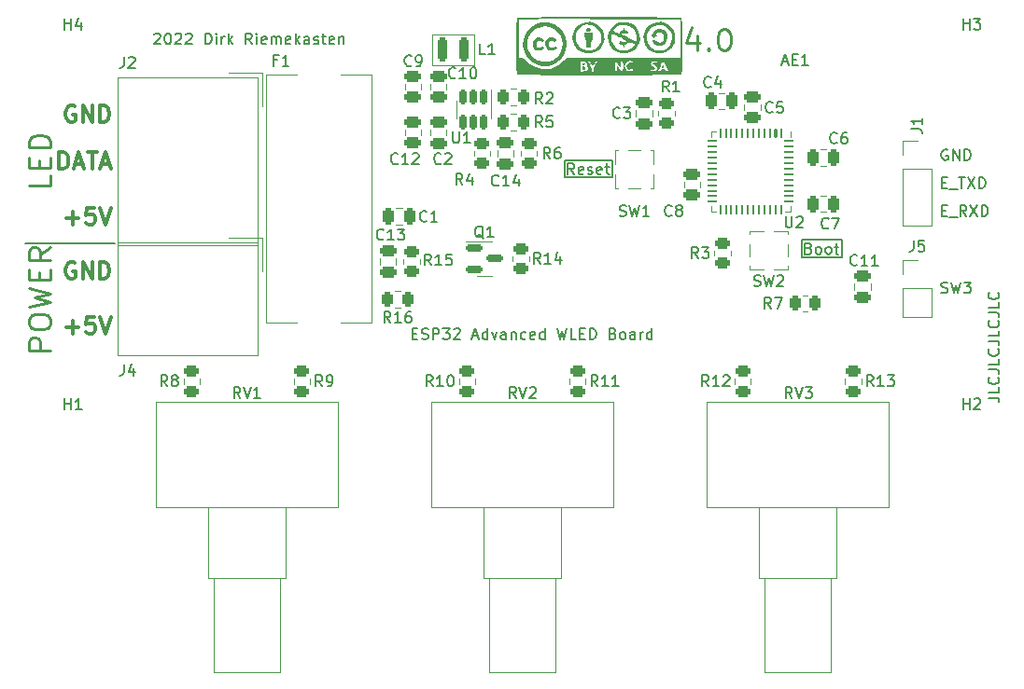
<source format=gto>
G04 #@! TF.GenerationSoftware,KiCad,Pcbnew,(6.0.1-0)*
G04 #@! TF.CreationDate,2022-02-05T10:05:17+01:00*
G04 #@! TF.ProjectId,esp32-wled-adv-pcb,65737033-322d-4776-9c65-642d6164762d,rev?*
G04 #@! TF.SameCoordinates,Original*
G04 #@! TF.FileFunction,Legend,Top*
G04 #@! TF.FilePolarity,Positive*
%FSLAX46Y46*%
G04 Gerber Fmt 4.6, Leading zero omitted, Abs format (unit mm)*
G04 Created by KiCad (PCBNEW (6.0.1-0)) date 2022-02-05 10:05:17*
%MOMM*%
%LPD*%
G01*
G04 APERTURE LIST*
G04 Aperture macros list*
%AMRoundRect*
0 Rectangle with rounded corners*
0 $1 Rounding radius*
0 $2 $3 $4 $5 $6 $7 $8 $9 X,Y pos of 4 corners*
0 Add a 4 corners polygon primitive as box body*
4,1,4,$2,$3,$4,$5,$6,$7,$8,$9,$2,$3,0*
0 Add four circle primitives for the rounded corners*
1,1,$1+$1,$2,$3*
1,1,$1+$1,$4,$5*
1,1,$1+$1,$6,$7*
1,1,$1+$1,$8,$9*
0 Add four rect primitives between the rounded corners*
20,1,$1+$1,$2,$3,$4,$5,0*
20,1,$1+$1,$4,$5,$6,$7,0*
20,1,$1+$1,$6,$7,$8,$9,0*
20,1,$1+$1,$8,$9,$2,$3,0*%
G04 Aperture macros list end*
%ADD10C,0.150000*%
%ADD11C,0.250000*%
%ADD12C,0.300000*%
%ADD13C,0.120000*%
%ADD14C,0.100000*%
%ADD15C,0.050000*%
%ADD16C,3.200000*%
%ADD17R,3.000000X3.000000*%
%ADD18C,3.000000*%
%ADD19RoundRect,0.250000X0.450000X-0.262500X0.450000X0.262500X-0.450000X0.262500X-0.450000X-0.262500X0*%
%ADD20RoundRect,0.250000X-0.475000X0.250000X-0.475000X-0.250000X0.475000X-0.250000X0.475000X0.250000X0*%
%ADD21RoundRect,0.250000X-0.450000X0.262500X-0.450000X-0.262500X0.450000X-0.262500X0.450000X0.262500X0*%
%ADD22RoundRect,0.250000X0.250000X0.475000X-0.250000X0.475000X-0.250000X-0.475000X0.250000X-0.475000X0*%
%ADD23RoundRect,0.250000X-0.262500X-0.450000X0.262500X-0.450000X0.262500X0.450000X-0.262500X0.450000X0*%
%ADD24R,0.250000X0.700000*%
%ADD25R,0.700000X1.250000*%
%ADD26RoundRect,0.250000X0.475000X-0.250000X0.475000X0.250000X-0.475000X0.250000X-0.475000X-0.250000X0*%
%ADD27C,2.300000*%
%ADD28R,0.700000X0.250000*%
%ADD29R,1.250000X0.700000*%
%ADD30RoundRect,0.250000X0.262500X0.450000X-0.262500X0.450000X-0.262500X-0.450000X0.262500X-0.450000X0*%
%ADD31R,1.700000X1.700000*%
%ADD32O,1.700000X1.700000*%
%ADD33RoundRect,0.225000X0.225000X0.875000X-0.225000X0.875000X-0.225000X-0.875000X0.225000X-0.875000X0*%
%ADD34RoundRect,0.250000X-0.250000X-0.475000X0.250000X-0.475000X0.250000X0.475000X-0.250000X0.475000X0*%
%ADD35RoundRect,0.150000X-0.587500X-0.150000X0.587500X-0.150000X0.587500X0.150000X-0.587500X0.150000X0*%
%ADD36RoundRect,0.062500X-0.062500X0.337500X-0.062500X-0.337500X0.062500X-0.337500X0.062500X0.337500X0*%
%ADD37RoundRect,0.100000X-0.100000X0.300000X-0.100000X-0.300000X0.100000X-0.300000X0.100000X0.300000X0*%
%ADD38RoundRect,0.062500X-0.337500X0.062500X-0.337500X-0.062500X0.337500X-0.062500X0.337500X0.062500X0*%
%ADD39R,5.300000X5.300000*%
%ADD40RoundRect,0.150000X-0.150000X0.512500X-0.150000X-0.512500X0.150000X-0.512500X0.150000X0.512500X0*%
G04 APERTURE END LIST*
D10*
X90043000Y-107569000D02*
X81915000Y-107569000D01*
X130850000Y-100000000D02*
X135150000Y-100000000D01*
X135150000Y-100000000D02*
X135150000Y-101600000D01*
X135150000Y-101600000D02*
X130850000Y-101600000D01*
X130850000Y-101600000D02*
X130850000Y-100000000D01*
X152350000Y-107250000D02*
X156000000Y-107250000D01*
X156000000Y-107250000D02*
X156000000Y-108850000D01*
X156000000Y-108850000D02*
X152350000Y-108850000D01*
X152350000Y-108850000D02*
X152350000Y-107250000D01*
D11*
X84216761Y-101361714D02*
X84216761Y-102314095D01*
X82216761Y-102314095D01*
X83169142Y-100695047D02*
X83169142Y-100028380D01*
X84216761Y-99742666D02*
X84216761Y-100695047D01*
X82216761Y-100695047D01*
X82216761Y-99742666D01*
X84216761Y-98885523D02*
X82216761Y-98885523D01*
X82216761Y-98409333D01*
X82312000Y-98123619D01*
X82502476Y-97933142D01*
X82692952Y-97837904D01*
X83073904Y-97742666D01*
X83359619Y-97742666D01*
X83740571Y-97837904D01*
X83931047Y-97933142D01*
X84121523Y-98123619D01*
X84216761Y-98409333D01*
X84216761Y-98885523D01*
D12*
X86419428Y-109359000D02*
X86276571Y-109287571D01*
X86062285Y-109287571D01*
X85848000Y-109359000D01*
X85705142Y-109501857D01*
X85633714Y-109644714D01*
X85562285Y-109930428D01*
X85562285Y-110144714D01*
X85633714Y-110430428D01*
X85705142Y-110573285D01*
X85848000Y-110716142D01*
X86062285Y-110787571D01*
X86205142Y-110787571D01*
X86419428Y-110716142D01*
X86490857Y-110644714D01*
X86490857Y-110144714D01*
X86205142Y-110144714D01*
X87133714Y-110787571D02*
X87133714Y-109287571D01*
X87990857Y-110787571D01*
X87990857Y-109287571D01*
X88705142Y-110787571D02*
X88705142Y-109287571D01*
X89062285Y-109287571D01*
X89276571Y-109359000D01*
X89419428Y-109501857D01*
X89490857Y-109644714D01*
X89562285Y-109930428D01*
X89562285Y-110144714D01*
X89490857Y-110430428D01*
X89419428Y-110573285D01*
X89276571Y-110716142D01*
X89062285Y-110787571D01*
X88705142Y-110787571D01*
X84990857Y-100805371D02*
X84990857Y-99305371D01*
X85348000Y-99305371D01*
X85562285Y-99376800D01*
X85705142Y-99519657D01*
X85776571Y-99662514D01*
X85848000Y-99948228D01*
X85848000Y-100162514D01*
X85776571Y-100448228D01*
X85705142Y-100591085D01*
X85562285Y-100733942D01*
X85348000Y-100805371D01*
X84990857Y-100805371D01*
X86419428Y-100376800D02*
X87133714Y-100376800D01*
X86276571Y-100805371D02*
X86776571Y-99305371D01*
X87276571Y-100805371D01*
X87562285Y-99305371D02*
X88419428Y-99305371D01*
X87990857Y-100805371D02*
X87990857Y-99305371D01*
X88848000Y-100376800D02*
X89562285Y-100376800D01*
X88705142Y-100805371D02*
X89205142Y-99305371D01*
X89705142Y-100805371D01*
D10*
X117031857Y-115752571D02*
X117365190Y-115752571D01*
X117508047Y-116276380D02*
X117031857Y-116276380D01*
X117031857Y-115276380D01*
X117508047Y-115276380D01*
X117888999Y-116228761D02*
X118031857Y-116276380D01*
X118269952Y-116276380D01*
X118365190Y-116228761D01*
X118412809Y-116181142D01*
X118460428Y-116085904D01*
X118460428Y-115990666D01*
X118412809Y-115895428D01*
X118365190Y-115847809D01*
X118269952Y-115800190D01*
X118079476Y-115752571D01*
X117984238Y-115704952D01*
X117936619Y-115657333D01*
X117888999Y-115562095D01*
X117888999Y-115466857D01*
X117936619Y-115371619D01*
X117984238Y-115324000D01*
X118079476Y-115276380D01*
X118317571Y-115276380D01*
X118460428Y-115324000D01*
X118888999Y-116276380D02*
X118888999Y-115276380D01*
X119269952Y-115276380D01*
X119365190Y-115324000D01*
X119412809Y-115371619D01*
X119460428Y-115466857D01*
X119460428Y-115609714D01*
X119412809Y-115704952D01*
X119365190Y-115752571D01*
X119269952Y-115800190D01*
X118888999Y-115800190D01*
X119793761Y-115276380D02*
X120412809Y-115276380D01*
X120079476Y-115657333D01*
X120222333Y-115657333D01*
X120317571Y-115704952D01*
X120365190Y-115752571D01*
X120412809Y-115847809D01*
X120412809Y-116085904D01*
X120365190Y-116181142D01*
X120317571Y-116228761D01*
X120222333Y-116276380D01*
X119936619Y-116276380D01*
X119841380Y-116228761D01*
X119793761Y-116181142D01*
X120793761Y-115371619D02*
X120841380Y-115324000D01*
X120936619Y-115276380D01*
X121174714Y-115276380D01*
X121269952Y-115324000D01*
X121317571Y-115371619D01*
X121365190Y-115466857D01*
X121365190Y-115562095D01*
X121317571Y-115704952D01*
X120746142Y-116276380D01*
X121365190Y-116276380D01*
X122508047Y-115990666D02*
X122984238Y-115990666D01*
X122412809Y-116276380D02*
X122746142Y-115276380D01*
X123079476Y-116276380D01*
X123841380Y-116276380D02*
X123841380Y-115276380D01*
X123841380Y-116228761D02*
X123746142Y-116276380D01*
X123555666Y-116276380D01*
X123460428Y-116228761D01*
X123412809Y-116181142D01*
X123365190Y-116085904D01*
X123365190Y-115800190D01*
X123412809Y-115704952D01*
X123460428Y-115657333D01*
X123555666Y-115609714D01*
X123746142Y-115609714D01*
X123841380Y-115657333D01*
X124222333Y-115609714D02*
X124460428Y-116276380D01*
X124698523Y-115609714D01*
X125508047Y-116276380D02*
X125508047Y-115752571D01*
X125460428Y-115657333D01*
X125365190Y-115609714D01*
X125174714Y-115609714D01*
X125079476Y-115657333D01*
X125508047Y-116228761D02*
X125412809Y-116276380D01*
X125174714Y-116276380D01*
X125079476Y-116228761D01*
X125031857Y-116133523D01*
X125031857Y-116038285D01*
X125079476Y-115943047D01*
X125174714Y-115895428D01*
X125412809Y-115895428D01*
X125508047Y-115847809D01*
X125984238Y-115609714D02*
X125984238Y-116276380D01*
X125984238Y-115704952D02*
X126031857Y-115657333D01*
X126127095Y-115609714D01*
X126269952Y-115609714D01*
X126365190Y-115657333D01*
X126412809Y-115752571D01*
X126412809Y-116276380D01*
X127317571Y-116228761D02*
X127222333Y-116276380D01*
X127031857Y-116276380D01*
X126936619Y-116228761D01*
X126888999Y-116181142D01*
X126841380Y-116085904D01*
X126841380Y-115800190D01*
X126888999Y-115704952D01*
X126936619Y-115657333D01*
X127031857Y-115609714D01*
X127222333Y-115609714D01*
X127317571Y-115657333D01*
X128127095Y-116228761D02*
X128031857Y-116276380D01*
X127841380Y-116276380D01*
X127746142Y-116228761D01*
X127698523Y-116133523D01*
X127698523Y-115752571D01*
X127746142Y-115657333D01*
X127841380Y-115609714D01*
X128031857Y-115609714D01*
X128127095Y-115657333D01*
X128174714Y-115752571D01*
X128174714Y-115847809D01*
X127698523Y-115943047D01*
X129031857Y-116276380D02*
X129031857Y-115276380D01*
X129031857Y-116228761D02*
X128936619Y-116276380D01*
X128746142Y-116276380D01*
X128650904Y-116228761D01*
X128603285Y-116181142D01*
X128555666Y-116085904D01*
X128555666Y-115800190D01*
X128603285Y-115704952D01*
X128650904Y-115657333D01*
X128746142Y-115609714D01*
X128936619Y-115609714D01*
X129031857Y-115657333D01*
X130174714Y-115276380D02*
X130412809Y-116276380D01*
X130603285Y-115562095D01*
X130793761Y-116276380D01*
X131031857Y-115276380D01*
X131888999Y-116276380D02*
X131412809Y-116276380D01*
X131412809Y-115276380D01*
X132222333Y-115752571D02*
X132555666Y-115752571D01*
X132698523Y-116276380D02*
X132222333Y-116276380D01*
X132222333Y-115276380D01*
X132698523Y-115276380D01*
X133127095Y-116276380D02*
X133127095Y-115276380D01*
X133365190Y-115276380D01*
X133508047Y-115324000D01*
X133603285Y-115419238D01*
X133650904Y-115514476D01*
X133698523Y-115704952D01*
X133698523Y-115847809D01*
X133650904Y-116038285D01*
X133603285Y-116133523D01*
X133508047Y-116228761D01*
X133365190Y-116276380D01*
X133127095Y-116276380D01*
X135222333Y-115752571D02*
X135365190Y-115800190D01*
X135412809Y-115847809D01*
X135460428Y-115943047D01*
X135460428Y-116085904D01*
X135412809Y-116181142D01*
X135365190Y-116228761D01*
X135269952Y-116276380D01*
X134889000Y-116276380D01*
X134889000Y-115276380D01*
X135222333Y-115276380D01*
X135317571Y-115324000D01*
X135365190Y-115371619D01*
X135412809Y-115466857D01*
X135412809Y-115562095D01*
X135365190Y-115657333D01*
X135317571Y-115704952D01*
X135222333Y-115752571D01*
X134889000Y-115752571D01*
X136031857Y-116276380D02*
X135936619Y-116228761D01*
X135889000Y-116181142D01*
X135841380Y-116085904D01*
X135841380Y-115800190D01*
X135889000Y-115704952D01*
X135936619Y-115657333D01*
X136031857Y-115609714D01*
X136174714Y-115609714D01*
X136269952Y-115657333D01*
X136317571Y-115704952D01*
X136365190Y-115800190D01*
X136365190Y-116085904D01*
X136317571Y-116181142D01*
X136269952Y-116228761D01*
X136174714Y-116276380D01*
X136031857Y-116276380D01*
X137222333Y-116276380D02*
X137222333Y-115752571D01*
X137174714Y-115657333D01*
X137079476Y-115609714D01*
X136888999Y-115609714D01*
X136793761Y-115657333D01*
X137222333Y-116228761D02*
X137127095Y-116276380D01*
X136888999Y-116276380D01*
X136793761Y-116228761D01*
X136746142Y-116133523D01*
X136746142Y-116038285D01*
X136793761Y-115943047D01*
X136888999Y-115895428D01*
X137127095Y-115895428D01*
X137222333Y-115847809D01*
X137698523Y-116276380D02*
X137698523Y-115609714D01*
X137698523Y-115800190D02*
X137746142Y-115704952D01*
X137793761Y-115657333D01*
X137888999Y-115609714D01*
X137984238Y-115609714D01*
X138746142Y-116276380D02*
X138746142Y-115276380D01*
X138746142Y-116228761D02*
X138650904Y-116276380D01*
X138460428Y-116276380D01*
X138365190Y-116228761D01*
X138317571Y-116181142D01*
X138269952Y-116085904D01*
X138269952Y-115800190D01*
X138317571Y-115704952D01*
X138365190Y-115657333D01*
X138460428Y-115609714D01*
X138650904Y-115609714D01*
X138746142Y-115657333D01*
X169251380Y-121586047D02*
X169965666Y-121586047D01*
X170108523Y-121633666D01*
X170203761Y-121728904D01*
X170251380Y-121871761D01*
X170251380Y-121967000D01*
X170251380Y-120633666D02*
X170251380Y-121109857D01*
X169251380Y-121109857D01*
X170156142Y-119728904D02*
X170203761Y-119776523D01*
X170251380Y-119919380D01*
X170251380Y-120014619D01*
X170203761Y-120157476D01*
X170108523Y-120252714D01*
X170013285Y-120300333D01*
X169822809Y-120347952D01*
X169679952Y-120347952D01*
X169489476Y-120300333D01*
X169394238Y-120252714D01*
X169299000Y-120157476D01*
X169251380Y-120014619D01*
X169251380Y-119919380D01*
X169299000Y-119776523D01*
X169346619Y-119728904D01*
X169251380Y-119014619D02*
X169965666Y-119014619D01*
X170108523Y-119062238D01*
X170203761Y-119157476D01*
X170251380Y-119300333D01*
X170251380Y-119395571D01*
X170251380Y-118062238D02*
X170251380Y-118538428D01*
X169251380Y-118538428D01*
X170156142Y-117157476D02*
X170203761Y-117205095D01*
X170251380Y-117347952D01*
X170251380Y-117443190D01*
X170203761Y-117586047D01*
X170108523Y-117681285D01*
X170013285Y-117728904D01*
X169822809Y-117776523D01*
X169679952Y-117776523D01*
X169489476Y-117728904D01*
X169394238Y-117681285D01*
X169299000Y-117586047D01*
X169251380Y-117443190D01*
X169251380Y-117347952D01*
X169299000Y-117205095D01*
X169346619Y-117157476D01*
X169251380Y-116443190D02*
X169965666Y-116443190D01*
X170108523Y-116490809D01*
X170203761Y-116586047D01*
X170251380Y-116728904D01*
X170251380Y-116824142D01*
X170251380Y-115490809D02*
X170251380Y-115967000D01*
X169251380Y-115967000D01*
X170156142Y-114586047D02*
X170203761Y-114633666D01*
X170251380Y-114776523D01*
X170251380Y-114871761D01*
X170203761Y-115014619D01*
X170108523Y-115109857D01*
X170013285Y-115157476D01*
X169822809Y-115205095D01*
X169679952Y-115205095D01*
X169489476Y-115157476D01*
X169394238Y-115109857D01*
X169299000Y-115014619D01*
X169251380Y-114871761D01*
X169251380Y-114776523D01*
X169299000Y-114633666D01*
X169346619Y-114586047D01*
X169251380Y-113871761D02*
X169965666Y-113871761D01*
X170108523Y-113919380D01*
X170203761Y-114014619D01*
X170251380Y-114157476D01*
X170251380Y-114252714D01*
X170251380Y-112919380D02*
X170251380Y-113395571D01*
X169251380Y-113395571D01*
X170156142Y-112014619D02*
X170203761Y-112062238D01*
X170251380Y-112205095D01*
X170251380Y-112300333D01*
X170203761Y-112443190D01*
X170108523Y-112538428D01*
X170013285Y-112586047D01*
X169822809Y-112633666D01*
X169679952Y-112633666D01*
X169489476Y-112586047D01*
X169394238Y-112538428D01*
X169299000Y-112443190D01*
X169251380Y-112300333D01*
X169251380Y-112205095D01*
X169299000Y-112062238D01*
X169346619Y-112014619D01*
D11*
X142843380Y-88725428D02*
X142843380Y-90058761D01*
X142367190Y-87963523D02*
X141891000Y-89392095D01*
X143129095Y-89392095D01*
X143891000Y-89868285D02*
X143986238Y-89963523D01*
X143891000Y-90058761D01*
X143795761Y-89963523D01*
X143891000Y-89868285D01*
X143891000Y-90058761D01*
X145224333Y-88058761D02*
X145414809Y-88058761D01*
X145605285Y-88154000D01*
X145700523Y-88249238D01*
X145795761Y-88439714D01*
X145891000Y-88820666D01*
X145891000Y-89296857D01*
X145795761Y-89677809D01*
X145700523Y-89868285D01*
X145605285Y-89963523D01*
X145414809Y-90058761D01*
X145224333Y-90058761D01*
X145033857Y-89963523D01*
X144938619Y-89868285D01*
X144843380Y-89677809D01*
X144748142Y-89296857D01*
X144748142Y-88820666D01*
X144843380Y-88439714D01*
X144938619Y-88249238D01*
X145033857Y-88154000D01*
X145224333Y-88058761D01*
D10*
X152980952Y-108028571D02*
X153123809Y-108076190D01*
X153171428Y-108123809D01*
X153219047Y-108219047D01*
X153219047Y-108361904D01*
X153171428Y-108457142D01*
X153123809Y-108504761D01*
X153028571Y-108552380D01*
X152647619Y-108552380D01*
X152647619Y-107552380D01*
X152980952Y-107552380D01*
X153076190Y-107600000D01*
X153123809Y-107647619D01*
X153171428Y-107742857D01*
X153171428Y-107838095D01*
X153123809Y-107933333D01*
X153076190Y-107980952D01*
X152980952Y-108028571D01*
X152647619Y-108028571D01*
X153790476Y-108552380D02*
X153695238Y-108504761D01*
X153647619Y-108457142D01*
X153600000Y-108361904D01*
X153600000Y-108076190D01*
X153647619Y-107980952D01*
X153695238Y-107933333D01*
X153790476Y-107885714D01*
X153933333Y-107885714D01*
X154028571Y-107933333D01*
X154076190Y-107980952D01*
X154123809Y-108076190D01*
X154123809Y-108361904D01*
X154076190Y-108457142D01*
X154028571Y-108504761D01*
X153933333Y-108552380D01*
X153790476Y-108552380D01*
X154695238Y-108552380D02*
X154600000Y-108504761D01*
X154552380Y-108457142D01*
X154504761Y-108361904D01*
X154504761Y-108076190D01*
X154552380Y-107980952D01*
X154600000Y-107933333D01*
X154695238Y-107885714D01*
X154838095Y-107885714D01*
X154933333Y-107933333D01*
X154980952Y-107980952D01*
X155028571Y-108076190D01*
X155028571Y-108361904D01*
X154980952Y-108457142D01*
X154933333Y-108504761D01*
X154838095Y-108552380D01*
X154695238Y-108552380D01*
X155314285Y-107885714D02*
X155695238Y-107885714D01*
X155457142Y-107552380D02*
X155457142Y-108409523D01*
X155504761Y-108504761D01*
X155600000Y-108552380D01*
X155695238Y-108552380D01*
X131711904Y-101302380D02*
X131378571Y-100826190D01*
X131140476Y-101302380D02*
X131140476Y-100302380D01*
X131521428Y-100302380D01*
X131616666Y-100350000D01*
X131664285Y-100397619D01*
X131711904Y-100492857D01*
X131711904Y-100635714D01*
X131664285Y-100730952D01*
X131616666Y-100778571D01*
X131521428Y-100826190D01*
X131140476Y-100826190D01*
X132521428Y-101254761D02*
X132426190Y-101302380D01*
X132235714Y-101302380D01*
X132140476Y-101254761D01*
X132092857Y-101159523D01*
X132092857Y-100778571D01*
X132140476Y-100683333D01*
X132235714Y-100635714D01*
X132426190Y-100635714D01*
X132521428Y-100683333D01*
X132569047Y-100778571D01*
X132569047Y-100873809D01*
X132092857Y-100969047D01*
X132950000Y-101254761D02*
X133045238Y-101302380D01*
X133235714Y-101302380D01*
X133330952Y-101254761D01*
X133378571Y-101159523D01*
X133378571Y-101111904D01*
X133330952Y-101016666D01*
X133235714Y-100969047D01*
X133092857Y-100969047D01*
X132997619Y-100921428D01*
X132950000Y-100826190D01*
X132950000Y-100778571D01*
X132997619Y-100683333D01*
X133092857Y-100635714D01*
X133235714Y-100635714D01*
X133330952Y-100683333D01*
X134188095Y-101254761D02*
X134092857Y-101302380D01*
X133902380Y-101302380D01*
X133807142Y-101254761D01*
X133759523Y-101159523D01*
X133759523Y-100778571D01*
X133807142Y-100683333D01*
X133902380Y-100635714D01*
X134092857Y-100635714D01*
X134188095Y-100683333D01*
X134235714Y-100778571D01*
X134235714Y-100873809D01*
X133759523Y-100969047D01*
X134521428Y-100635714D02*
X134902380Y-100635714D01*
X134664285Y-100302380D02*
X134664285Y-101159523D01*
X134711904Y-101254761D01*
X134807142Y-101302380D01*
X134902380Y-101302380D01*
D12*
X85633714Y-115169142D02*
X86776571Y-115169142D01*
X86205142Y-115740571D02*
X86205142Y-114597714D01*
X88205142Y-114240571D02*
X87490857Y-114240571D01*
X87419428Y-114954857D01*
X87490857Y-114883428D01*
X87633714Y-114812000D01*
X87990857Y-114812000D01*
X88133714Y-114883428D01*
X88205142Y-114954857D01*
X88276571Y-115097714D01*
X88276571Y-115454857D01*
X88205142Y-115597714D01*
X88133714Y-115669142D01*
X87990857Y-115740571D01*
X87633714Y-115740571D01*
X87490857Y-115669142D01*
X87419428Y-115597714D01*
X88705142Y-114240571D02*
X89205142Y-115740571D01*
X89705142Y-114240571D01*
D10*
X165006976Y-112037761D02*
X165149833Y-112085380D01*
X165387928Y-112085380D01*
X165483166Y-112037761D01*
X165530785Y-111990142D01*
X165578404Y-111894904D01*
X165578404Y-111799666D01*
X165530785Y-111704428D01*
X165483166Y-111656809D01*
X165387928Y-111609190D01*
X165197452Y-111561571D01*
X165102214Y-111513952D01*
X165054595Y-111466333D01*
X165006976Y-111371095D01*
X165006976Y-111275857D01*
X165054595Y-111180619D01*
X165102214Y-111133000D01*
X165197452Y-111085380D01*
X165435547Y-111085380D01*
X165578404Y-111133000D01*
X165911738Y-111085380D02*
X166149833Y-112085380D01*
X166340309Y-111371095D01*
X166530785Y-112085380D01*
X166768880Y-111085380D01*
X167054595Y-111085380D02*
X167673642Y-111085380D01*
X167340309Y-111466333D01*
X167483166Y-111466333D01*
X167578404Y-111513952D01*
X167626023Y-111561571D01*
X167673642Y-111656809D01*
X167673642Y-111894904D01*
X167626023Y-111990142D01*
X167578404Y-112037761D01*
X167483166Y-112085380D01*
X167197452Y-112085380D01*
X167102214Y-112037761D01*
X167054595Y-111990142D01*
X165578404Y-99068000D02*
X165483166Y-99020380D01*
X165340309Y-99020380D01*
X165197452Y-99068000D01*
X165102214Y-99163238D01*
X165054595Y-99258476D01*
X165006976Y-99448952D01*
X165006976Y-99591809D01*
X165054595Y-99782285D01*
X165102214Y-99877523D01*
X165197452Y-99972761D01*
X165340309Y-100020380D01*
X165435547Y-100020380D01*
X165578404Y-99972761D01*
X165626023Y-99925142D01*
X165626023Y-99591809D01*
X165435547Y-99591809D01*
X166054595Y-100020380D02*
X166054595Y-99020380D01*
X166626023Y-100020380D01*
X166626023Y-99020380D01*
X167102214Y-100020380D02*
X167102214Y-99020380D01*
X167340309Y-99020380D01*
X167483166Y-99068000D01*
X167578404Y-99163238D01*
X167626023Y-99258476D01*
X167673642Y-99448952D01*
X167673642Y-99591809D01*
X167626023Y-99782285D01*
X167578404Y-99877523D01*
X167483166Y-99972761D01*
X167340309Y-100020380D01*
X167102214Y-100020380D01*
D11*
X84216761Y-117268047D02*
X82216761Y-117268047D01*
X82216761Y-116506142D01*
X82312000Y-116315666D01*
X82407238Y-116220428D01*
X82597714Y-116125190D01*
X82883428Y-116125190D01*
X83073904Y-116220428D01*
X83169142Y-116315666D01*
X83264380Y-116506142D01*
X83264380Y-117268047D01*
X82216761Y-114887095D02*
X82216761Y-114506142D01*
X82312000Y-114315666D01*
X82502476Y-114125190D01*
X82883428Y-114029952D01*
X83550095Y-114029952D01*
X83931047Y-114125190D01*
X84121523Y-114315666D01*
X84216761Y-114506142D01*
X84216761Y-114887095D01*
X84121523Y-115077571D01*
X83931047Y-115268047D01*
X83550095Y-115363285D01*
X82883428Y-115363285D01*
X82502476Y-115268047D01*
X82312000Y-115077571D01*
X82216761Y-114887095D01*
X82216761Y-113363285D02*
X84216761Y-112887095D01*
X82788190Y-112506142D01*
X84216761Y-112125190D01*
X82216761Y-111649000D01*
X83169142Y-110887095D02*
X83169142Y-110220428D01*
X84216761Y-109934714D02*
X84216761Y-110887095D01*
X82216761Y-110887095D01*
X82216761Y-109934714D01*
X84216761Y-107934714D02*
X83264380Y-108601380D01*
X84216761Y-109077571D02*
X82216761Y-109077571D01*
X82216761Y-108315666D01*
X82312000Y-108125190D01*
X82407238Y-108029952D01*
X82597714Y-107934714D01*
X82883428Y-107934714D01*
X83073904Y-108029952D01*
X83169142Y-108125190D01*
X83264380Y-108315666D01*
X83264380Y-109077571D01*
D10*
X165054595Y-104576571D02*
X165387928Y-104576571D01*
X165530785Y-105100380D02*
X165054595Y-105100380D01*
X165054595Y-104100380D01*
X165530785Y-104100380D01*
X165721261Y-105195619D02*
X166483166Y-105195619D01*
X167292690Y-105100380D02*
X166959357Y-104624190D01*
X166721261Y-105100380D02*
X166721261Y-104100380D01*
X167102214Y-104100380D01*
X167197452Y-104148000D01*
X167245071Y-104195619D01*
X167292690Y-104290857D01*
X167292690Y-104433714D01*
X167245071Y-104528952D01*
X167197452Y-104576571D01*
X167102214Y-104624190D01*
X166721261Y-104624190D01*
X167626023Y-104100380D02*
X168292690Y-105100380D01*
X168292690Y-104100380D02*
X167626023Y-105100380D01*
X168673642Y-105100380D02*
X168673642Y-104100380D01*
X168911738Y-104100380D01*
X169054595Y-104148000D01*
X169149833Y-104243238D01*
X169197452Y-104338476D01*
X169245071Y-104528952D01*
X169245071Y-104671809D01*
X169197452Y-104862285D01*
X169149833Y-104957523D01*
X169054595Y-105052761D01*
X168911738Y-105100380D01*
X168673642Y-105100380D01*
X93615952Y-88574619D02*
X93663571Y-88527000D01*
X93758809Y-88479380D01*
X93996904Y-88479380D01*
X94092142Y-88527000D01*
X94139761Y-88574619D01*
X94187380Y-88669857D01*
X94187380Y-88765095D01*
X94139761Y-88907952D01*
X93568333Y-89479380D01*
X94187380Y-89479380D01*
X94806428Y-88479380D02*
X94901666Y-88479380D01*
X94996904Y-88527000D01*
X95044523Y-88574619D01*
X95092142Y-88669857D01*
X95139761Y-88860333D01*
X95139761Y-89098428D01*
X95092142Y-89288904D01*
X95044523Y-89384142D01*
X94996904Y-89431761D01*
X94901666Y-89479380D01*
X94806428Y-89479380D01*
X94711190Y-89431761D01*
X94663571Y-89384142D01*
X94615952Y-89288904D01*
X94568333Y-89098428D01*
X94568333Y-88860333D01*
X94615952Y-88669857D01*
X94663571Y-88574619D01*
X94711190Y-88527000D01*
X94806428Y-88479380D01*
X95520714Y-88574619D02*
X95568333Y-88527000D01*
X95663571Y-88479380D01*
X95901666Y-88479380D01*
X95996904Y-88527000D01*
X96044523Y-88574619D01*
X96092142Y-88669857D01*
X96092142Y-88765095D01*
X96044523Y-88907952D01*
X95473095Y-89479380D01*
X96092142Y-89479380D01*
X96473095Y-88574619D02*
X96520714Y-88527000D01*
X96615952Y-88479380D01*
X96854047Y-88479380D01*
X96949285Y-88527000D01*
X96996904Y-88574619D01*
X97044523Y-88669857D01*
X97044523Y-88765095D01*
X96996904Y-88907952D01*
X96425476Y-89479380D01*
X97044523Y-89479380D01*
X98235000Y-89479380D02*
X98235000Y-88479380D01*
X98473095Y-88479380D01*
X98615952Y-88527000D01*
X98711190Y-88622238D01*
X98758809Y-88717476D01*
X98806428Y-88907952D01*
X98806428Y-89050809D01*
X98758809Y-89241285D01*
X98711190Y-89336523D01*
X98615952Y-89431761D01*
X98473095Y-89479380D01*
X98235000Y-89479380D01*
X99235000Y-89479380D02*
X99235000Y-88812714D01*
X99235000Y-88479380D02*
X99187380Y-88527000D01*
X99235000Y-88574619D01*
X99282619Y-88527000D01*
X99235000Y-88479380D01*
X99235000Y-88574619D01*
X99711190Y-89479380D02*
X99711190Y-88812714D01*
X99711190Y-89003190D02*
X99758809Y-88907952D01*
X99806428Y-88860333D01*
X99901666Y-88812714D01*
X99996904Y-88812714D01*
X100330238Y-89479380D02*
X100330238Y-88479380D01*
X100425476Y-89098428D02*
X100711190Y-89479380D01*
X100711190Y-88812714D02*
X100330238Y-89193666D01*
X102473095Y-89479380D02*
X102139761Y-89003190D01*
X101901666Y-89479380D02*
X101901666Y-88479380D01*
X102282619Y-88479380D01*
X102377857Y-88527000D01*
X102425476Y-88574619D01*
X102473095Y-88669857D01*
X102473095Y-88812714D01*
X102425476Y-88907952D01*
X102377857Y-88955571D01*
X102282619Y-89003190D01*
X101901666Y-89003190D01*
X102901666Y-89479380D02*
X102901666Y-88812714D01*
X102901666Y-88479380D02*
X102854047Y-88527000D01*
X102901666Y-88574619D01*
X102949285Y-88527000D01*
X102901666Y-88479380D01*
X102901666Y-88574619D01*
X103758809Y-89431761D02*
X103663571Y-89479380D01*
X103473095Y-89479380D01*
X103377857Y-89431761D01*
X103330238Y-89336523D01*
X103330238Y-88955571D01*
X103377857Y-88860333D01*
X103473095Y-88812714D01*
X103663571Y-88812714D01*
X103758809Y-88860333D01*
X103806428Y-88955571D01*
X103806428Y-89050809D01*
X103330238Y-89146047D01*
X104235000Y-89479380D02*
X104235000Y-88812714D01*
X104235000Y-88907952D02*
X104282619Y-88860333D01*
X104377857Y-88812714D01*
X104520714Y-88812714D01*
X104615952Y-88860333D01*
X104663571Y-88955571D01*
X104663571Y-89479380D01*
X104663571Y-88955571D02*
X104711190Y-88860333D01*
X104806428Y-88812714D01*
X104949285Y-88812714D01*
X105044523Y-88860333D01*
X105092142Y-88955571D01*
X105092142Y-89479380D01*
X105949285Y-89431761D02*
X105854047Y-89479380D01*
X105663571Y-89479380D01*
X105568333Y-89431761D01*
X105520714Y-89336523D01*
X105520714Y-88955571D01*
X105568333Y-88860333D01*
X105663571Y-88812714D01*
X105854047Y-88812714D01*
X105949285Y-88860333D01*
X105996904Y-88955571D01*
X105996904Y-89050809D01*
X105520714Y-89146047D01*
X106425476Y-89479380D02*
X106425476Y-88479380D01*
X106520714Y-89098428D02*
X106806428Y-89479380D01*
X106806428Y-88812714D02*
X106425476Y-89193666D01*
X107663571Y-89479380D02*
X107663571Y-88955571D01*
X107615952Y-88860333D01*
X107520714Y-88812714D01*
X107330238Y-88812714D01*
X107235000Y-88860333D01*
X107663571Y-89431761D02*
X107568333Y-89479380D01*
X107330238Y-89479380D01*
X107235000Y-89431761D01*
X107187380Y-89336523D01*
X107187380Y-89241285D01*
X107235000Y-89146047D01*
X107330238Y-89098428D01*
X107568333Y-89098428D01*
X107663571Y-89050809D01*
X108092142Y-89431761D02*
X108187380Y-89479380D01*
X108377857Y-89479380D01*
X108473095Y-89431761D01*
X108520714Y-89336523D01*
X108520714Y-89288904D01*
X108473095Y-89193666D01*
X108377857Y-89146047D01*
X108235000Y-89146047D01*
X108139761Y-89098428D01*
X108092142Y-89003190D01*
X108092142Y-88955571D01*
X108139761Y-88860333D01*
X108235000Y-88812714D01*
X108377857Y-88812714D01*
X108473095Y-88860333D01*
X108806428Y-88812714D02*
X109187380Y-88812714D01*
X108949285Y-88479380D02*
X108949285Y-89336523D01*
X108996904Y-89431761D01*
X109092142Y-89479380D01*
X109187380Y-89479380D01*
X109901666Y-89431761D02*
X109806428Y-89479380D01*
X109615952Y-89479380D01*
X109520714Y-89431761D01*
X109473095Y-89336523D01*
X109473095Y-88955571D01*
X109520714Y-88860333D01*
X109615952Y-88812714D01*
X109806428Y-88812714D01*
X109901666Y-88860333D01*
X109949285Y-88955571D01*
X109949285Y-89050809D01*
X109473095Y-89146047D01*
X110377857Y-88812714D02*
X110377857Y-89479380D01*
X110377857Y-88907952D02*
X110425476Y-88860333D01*
X110520714Y-88812714D01*
X110663571Y-88812714D01*
X110758809Y-88860333D01*
X110806428Y-88955571D01*
X110806428Y-89479380D01*
D12*
X85633714Y-105263142D02*
X86776571Y-105263142D01*
X86205142Y-105834571D02*
X86205142Y-104691714D01*
X88205142Y-104334571D02*
X87490857Y-104334571D01*
X87419428Y-105048857D01*
X87490857Y-104977428D01*
X87633714Y-104906000D01*
X87990857Y-104906000D01*
X88133714Y-104977428D01*
X88205142Y-105048857D01*
X88276571Y-105191714D01*
X88276571Y-105548857D01*
X88205142Y-105691714D01*
X88133714Y-105763142D01*
X87990857Y-105834571D01*
X87633714Y-105834571D01*
X87490857Y-105763142D01*
X87419428Y-105691714D01*
X88705142Y-104334571D02*
X89205142Y-105834571D01*
X89705142Y-104334571D01*
D10*
X165054595Y-102036571D02*
X165387928Y-102036571D01*
X165530785Y-102560380D02*
X165054595Y-102560380D01*
X165054595Y-101560380D01*
X165530785Y-101560380D01*
X165721261Y-102655619D02*
X166483166Y-102655619D01*
X166578404Y-101560380D02*
X167149833Y-101560380D01*
X166864119Y-102560380D02*
X166864119Y-101560380D01*
X167387928Y-101560380D02*
X168054595Y-102560380D01*
X168054595Y-101560380D02*
X167387928Y-102560380D01*
X168435547Y-102560380D02*
X168435547Y-101560380D01*
X168673642Y-101560380D01*
X168816500Y-101608000D01*
X168911738Y-101703238D01*
X168959357Y-101798476D01*
X169006976Y-101988952D01*
X169006976Y-102131809D01*
X168959357Y-102322285D01*
X168911738Y-102417523D01*
X168816500Y-102512761D01*
X168673642Y-102560380D01*
X168435547Y-102560380D01*
D12*
X86419428Y-95135000D02*
X86276571Y-95063571D01*
X86062285Y-95063571D01*
X85848000Y-95135000D01*
X85705142Y-95277857D01*
X85633714Y-95420714D01*
X85562285Y-95706428D01*
X85562285Y-95920714D01*
X85633714Y-96206428D01*
X85705142Y-96349285D01*
X85848000Y-96492142D01*
X86062285Y-96563571D01*
X86205142Y-96563571D01*
X86419428Y-96492142D01*
X86490857Y-96420714D01*
X86490857Y-95920714D01*
X86205142Y-95920714D01*
X87133714Y-96563571D02*
X87133714Y-95063571D01*
X87990857Y-96563571D01*
X87990857Y-95063571D01*
X88705142Y-96563571D02*
X88705142Y-95063571D01*
X89062285Y-95063571D01*
X89276571Y-95135000D01*
X89419428Y-95277857D01*
X89490857Y-95420714D01*
X89562285Y-95706428D01*
X89562285Y-95920714D01*
X89490857Y-96206428D01*
X89419428Y-96349285D01*
X89276571Y-96492142D01*
X89062285Y-96563571D01*
X88705142Y-96563571D01*
D10*
X85488095Y-88152380D02*
X85488095Y-87152380D01*
X85488095Y-87628571D02*
X86059523Y-87628571D01*
X86059523Y-88152380D02*
X86059523Y-87152380D01*
X86964285Y-87485714D02*
X86964285Y-88152380D01*
X86726190Y-87104761D02*
X86488095Y-87819047D01*
X87107142Y-87819047D01*
X90866666Y-90652380D02*
X90866666Y-91366666D01*
X90819047Y-91509523D01*
X90723809Y-91604761D01*
X90580952Y-91652380D01*
X90485714Y-91652380D01*
X91295238Y-90747619D02*
X91342857Y-90700000D01*
X91438095Y-90652380D01*
X91676190Y-90652380D01*
X91771428Y-90700000D01*
X91819047Y-90747619D01*
X91866666Y-90842857D01*
X91866666Y-90938095D01*
X91819047Y-91080952D01*
X91247619Y-91652380D01*
X91866666Y-91652380D01*
X158833423Y-120543580D02*
X158500090Y-120067390D01*
X158261995Y-120543580D02*
X158261995Y-119543580D01*
X158642947Y-119543580D01*
X158738185Y-119591200D01*
X158785804Y-119638819D01*
X158833423Y-119734057D01*
X158833423Y-119876914D01*
X158785804Y-119972152D01*
X158738185Y-120019771D01*
X158642947Y-120067390D01*
X158261995Y-120067390D01*
X159785804Y-120543580D02*
X159214376Y-120543580D01*
X159500090Y-120543580D02*
X159500090Y-119543580D01*
X159404852Y-119686438D01*
X159309614Y-119781676D01*
X159214376Y-119829295D01*
X160119138Y-119543580D02*
X160738185Y-119543580D01*
X160404852Y-119924533D01*
X160547709Y-119924533D01*
X160642947Y-119972152D01*
X160690566Y-120019771D01*
X160738185Y-120115009D01*
X160738185Y-120353104D01*
X160690566Y-120448342D01*
X160642947Y-120495961D01*
X160547709Y-120543580D01*
X160261995Y-120543580D01*
X160166757Y-120495961D01*
X160119138Y-120448342D01*
X166988095Y-88152380D02*
X166988095Y-87152380D01*
X166988095Y-87628571D02*
X167559523Y-87628571D01*
X167559523Y-88152380D02*
X167559523Y-87152380D01*
X167940476Y-87152380D02*
X168559523Y-87152380D01*
X168226190Y-87533333D01*
X168369047Y-87533333D01*
X168464285Y-87580952D01*
X168511904Y-87628571D01*
X168559523Y-87723809D01*
X168559523Y-87961904D01*
X168511904Y-88057142D01*
X168464285Y-88104761D01*
X168369047Y-88152380D01*
X168083333Y-88152380D01*
X167988095Y-88104761D01*
X167940476Y-88057142D01*
X135850333Y-96115142D02*
X135802714Y-96162761D01*
X135659857Y-96210380D01*
X135564619Y-96210380D01*
X135421761Y-96162761D01*
X135326523Y-96067523D01*
X135278904Y-95972285D01*
X135231285Y-95781809D01*
X135231285Y-95638952D01*
X135278904Y-95448476D01*
X135326523Y-95353238D01*
X135421761Y-95258000D01*
X135564619Y-95210380D01*
X135659857Y-95210380D01*
X135802714Y-95258000D01*
X135850333Y-95305619D01*
X136183666Y-95210380D02*
X136802714Y-95210380D01*
X136469380Y-95591333D01*
X136612238Y-95591333D01*
X136707476Y-95638952D01*
X136755095Y-95686571D01*
X136802714Y-95781809D01*
X136802714Y-96019904D01*
X136755095Y-96115142D01*
X136707476Y-96162761D01*
X136612238Y-96210380D01*
X136326523Y-96210380D01*
X136231285Y-96162761D01*
X136183666Y-96115142D01*
X143897261Y-120539880D02*
X143563928Y-120063690D01*
X143325833Y-120539880D02*
X143325833Y-119539880D01*
X143706785Y-119539880D01*
X143802023Y-119587500D01*
X143849642Y-119635119D01*
X143897261Y-119730357D01*
X143897261Y-119873214D01*
X143849642Y-119968452D01*
X143802023Y-120016071D01*
X143706785Y-120063690D01*
X143325833Y-120063690D01*
X144849642Y-120539880D02*
X144278214Y-120539880D01*
X144563928Y-120539880D02*
X144563928Y-119539880D01*
X144468690Y-119682738D01*
X144373452Y-119777976D01*
X144278214Y-119825595D01*
X145230595Y-119635119D02*
X145278214Y-119587500D01*
X145373452Y-119539880D01*
X145611547Y-119539880D01*
X145706785Y-119587500D01*
X145754404Y-119635119D01*
X145802023Y-119730357D01*
X145802023Y-119825595D01*
X145754404Y-119968452D01*
X145182976Y-120539880D01*
X145802023Y-120539880D01*
X128643142Y-109418380D02*
X128309809Y-108942190D01*
X128071714Y-109418380D02*
X128071714Y-108418380D01*
X128452666Y-108418380D01*
X128547904Y-108466000D01*
X128595523Y-108513619D01*
X128643142Y-108608857D01*
X128643142Y-108751714D01*
X128595523Y-108846952D01*
X128547904Y-108894571D01*
X128452666Y-108942190D01*
X128071714Y-108942190D01*
X129595523Y-109418380D02*
X129024095Y-109418380D01*
X129309809Y-109418380D02*
X129309809Y-108418380D01*
X129214571Y-108561238D01*
X129119333Y-108656476D01*
X129024095Y-108704095D01*
X130452666Y-108751714D02*
X130452666Y-109418380D01*
X130214571Y-108370761D02*
X129976476Y-109085047D01*
X130595523Y-109085047D01*
X118324333Y-105513142D02*
X118276714Y-105560761D01*
X118133857Y-105608380D01*
X118038619Y-105608380D01*
X117895761Y-105560761D01*
X117800523Y-105465523D01*
X117752904Y-105370285D01*
X117705285Y-105179809D01*
X117705285Y-105036952D01*
X117752904Y-104846476D01*
X117800523Y-104751238D01*
X117895761Y-104656000D01*
X118038619Y-104608380D01*
X118133857Y-104608380D01*
X118276714Y-104656000D01*
X118324333Y-104703619D01*
X119276714Y-105608380D02*
X118705285Y-105608380D01*
X118991000Y-105608380D02*
X118991000Y-104608380D01*
X118895761Y-104751238D01*
X118800523Y-104846476D01*
X118705285Y-104894095D01*
X149566333Y-113482380D02*
X149233000Y-113006190D01*
X148994904Y-113482380D02*
X148994904Y-112482380D01*
X149375857Y-112482380D01*
X149471095Y-112530000D01*
X149518714Y-112577619D01*
X149566333Y-112672857D01*
X149566333Y-112815714D01*
X149518714Y-112910952D01*
X149471095Y-112958571D01*
X149375857Y-113006190D01*
X148994904Y-113006190D01*
X149899666Y-112482380D02*
X150566333Y-112482380D01*
X150137761Y-113482380D01*
X135826666Y-105052761D02*
X135969523Y-105100380D01*
X136207619Y-105100380D01*
X136302857Y-105052761D01*
X136350476Y-105005142D01*
X136398095Y-104909904D01*
X136398095Y-104814666D01*
X136350476Y-104719428D01*
X136302857Y-104671809D01*
X136207619Y-104624190D01*
X136017142Y-104576571D01*
X135921904Y-104528952D01*
X135874285Y-104481333D01*
X135826666Y-104386095D01*
X135826666Y-104290857D01*
X135874285Y-104195619D01*
X135921904Y-104148000D01*
X136017142Y-104100380D01*
X136255238Y-104100380D01*
X136398095Y-104148000D01*
X136731428Y-104100380D02*
X136969523Y-105100380D01*
X137160000Y-104386095D01*
X137350476Y-105100380D01*
X137588571Y-104100380D01*
X138493333Y-105100380D02*
X137921904Y-105100380D01*
X138207619Y-105100380D02*
X138207619Y-104100380D01*
X138112380Y-104243238D01*
X138017142Y-104338476D01*
X137921904Y-104386095D01*
X115710723Y-100292564D02*
X115663104Y-100340183D01*
X115520247Y-100387802D01*
X115425009Y-100387802D01*
X115282152Y-100340183D01*
X115186914Y-100244945D01*
X115139295Y-100149707D01*
X115091676Y-99959231D01*
X115091676Y-99816374D01*
X115139295Y-99625898D01*
X115186914Y-99530660D01*
X115282152Y-99435422D01*
X115425009Y-99387802D01*
X115520247Y-99387802D01*
X115663104Y-99435422D01*
X115710723Y-99483041D01*
X116663104Y-100387802D02*
X116091676Y-100387802D01*
X116377390Y-100387802D02*
X116377390Y-99387802D01*
X116282152Y-99530660D01*
X116186914Y-99625898D01*
X116091676Y-99673517D01*
X117044057Y-99483041D02*
X117091676Y-99435422D01*
X117186914Y-99387802D01*
X117425009Y-99387802D01*
X117520247Y-99435422D01*
X117567866Y-99483041D01*
X117615485Y-99578279D01*
X117615485Y-99673517D01*
X117567866Y-99816374D01*
X116996438Y-100387802D01*
X117615485Y-100387802D01*
X108846223Y-120547280D02*
X108512890Y-120071090D01*
X108274795Y-120547280D02*
X108274795Y-119547280D01*
X108655747Y-119547280D01*
X108750985Y-119594900D01*
X108798604Y-119642519D01*
X108846223Y-119737757D01*
X108846223Y-119880614D01*
X108798604Y-119975852D01*
X108750985Y-120023471D01*
X108655747Y-120071090D01*
X108274795Y-120071090D01*
X109322414Y-120547280D02*
X109512890Y-120547280D01*
X109608128Y-120499661D01*
X109655747Y-120452042D01*
X109750985Y-120309185D01*
X109798604Y-120118709D01*
X109798604Y-119737757D01*
X109750985Y-119642519D01*
X109703366Y-119594900D01*
X109608128Y-119547280D01*
X109417652Y-119547280D01*
X109322414Y-119594900D01*
X109274795Y-119642519D01*
X109227176Y-119737757D01*
X109227176Y-119975852D01*
X109274795Y-120071090D01*
X109322414Y-120118709D01*
X109417652Y-120166328D01*
X109608128Y-120166328D01*
X109703366Y-120118709D01*
X109750985Y-120071090D01*
X109798604Y-119975852D01*
X151463761Y-121610380D02*
X151130428Y-121134190D01*
X150892333Y-121610380D02*
X150892333Y-120610380D01*
X151273285Y-120610380D01*
X151368523Y-120658000D01*
X151416142Y-120705619D01*
X151463761Y-120800857D01*
X151463761Y-120943714D01*
X151416142Y-121038952D01*
X151368523Y-121086571D01*
X151273285Y-121134190D01*
X150892333Y-121134190D01*
X151749476Y-120610380D02*
X152082809Y-121610380D01*
X152416142Y-120610380D01*
X152654238Y-120610380D02*
X153273285Y-120610380D01*
X152939952Y-120991333D01*
X153082809Y-120991333D01*
X153178047Y-121038952D01*
X153225666Y-121086571D01*
X153273285Y-121181809D01*
X153273285Y-121419904D01*
X153225666Y-121515142D01*
X153178047Y-121562761D01*
X153082809Y-121610380D01*
X152797095Y-121610380D01*
X152701857Y-121562761D01*
X152654238Y-121515142D01*
X129532623Y-99867980D02*
X129199290Y-99391790D01*
X128961195Y-99867980D02*
X128961195Y-98867980D01*
X129342147Y-98867980D01*
X129437385Y-98915600D01*
X129485004Y-98963219D01*
X129532623Y-99058457D01*
X129532623Y-99201314D01*
X129485004Y-99296552D01*
X129437385Y-99344171D01*
X129342147Y-99391790D01*
X128961195Y-99391790D01*
X130389766Y-98867980D02*
X130199290Y-98867980D01*
X130104052Y-98915600D01*
X130056433Y-98963219D01*
X129961195Y-99106076D01*
X129913576Y-99296552D01*
X129913576Y-99677504D01*
X129961195Y-99772742D01*
X130008814Y-99820361D01*
X130104052Y-99867980D01*
X130294528Y-99867980D01*
X130389766Y-99820361D01*
X130437385Y-99772742D01*
X130485004Y-99677504D01*
X130485004Y-99439409D01*
X130437385Y-99344171D01*
X130389766Y-99296552D01*
X130294528Y-99248933D01*
X130104052Y-99248933D01*
X130008814Y-99296552D01*
X129961195Y-99344171D01*
X129913576Y-99439409D01*
X148018666Y-111402761D02*
X148161523Y-111450380D01*
X148399619Y-111450380D01*
X148494857Y-111402761D01*
X148542476Y-111355142D01*
X148590095Y-111259904D01*
X148590095Y-111164666D01*
X148542476Y-111069428D01*
X148494857Y-111021809D01*
X148399619Y-110974190D01*
X148209142Y-110926571D01*
X148113904Y-110878952D01*
X148066285Y-110831333D01*
X148018666Y-110736095D01*
X148018666Y-110640857D01*
X148066285Y-110545619D01*
X148113904Y-110498000D01*
X148209142Y-110450380D01*
X148447238Y-110450380D01*
X148590095Y-110498000D01*
X148923428Y-110450380D02*
X149161523Y-111450380D01*
X149352000Y-110736095D01*
X149542476Y-111450380D01*
X149780571Y-110450380D01*
X150113904Y-110545619D02*
X150161523Y-110498000D01*
X150256761Y-110450380D01*
X150494857Y-110450380D01*
X150590095Y-110498000D01*
X150637714Y-110545619D01*
X150685333Y-110640857D01*
X150685333Y-110736095D01*
X150637714Y-110878952D01*
X150066285Y-111450380D01*
X150685333Y-111450380D01*
X119615914Y-100292564D02*
X119568295Y-100340183D01*
X119425438Y-100387802D01*
X119330200Y-100387802D01*
X119187342Y-100340183D01*
X119092104Y-100244945D01*
X119044485Y-100149707D01*
X118996866Y-99959231D01*
X118996866Y-99816374D01*
X119044485Y-99625898D01*
X119092104Y-99530660D01*
X119187342Y-99435422D01*
X119330200Y-99387802D01*
X119425438Y-99387802D01*
X119568295Y-99435422D01*
X119615914Y-99483041D01*
X119996866Y-99483041D02*
X120044485Y-99435422D01*
X120139723Y-99387802D01*
X120377819Y-99387802D01*
X120473057Y-99435422D01*
X120520676Y-99483041D01*
X120568295Y-99578279D01*
X120568295Y-99673517D01*
X120520676Y-99816374D01*
X119949247Y-100387802D01*
X120568295Y-100387802D01*
X128821423Y-94889580D02*
X128488090Y-94413390D01*
X128249995Y-94889580D02*
X128249995Y-93889580D01*
X128630947Y-93889580D01*
X128726185Y-93937200D01*
X128773804Y-93984819D01*
X128821423Y-94080057D01*
X128821423Y-94222914D01*
X128773804Y-94318152D01*
X128726185Y-94365771D01*
X128630947Y-94413390D01*
X128249995Y-94413390D01*
X129202376Y-93984819D02*
X129249995Y-93937200D01*
X129345233Y-93889580D01*
X129583328Y-93889580D01*
X129678566Y-93937200D01*
X129726185Y-93984819D01*
X129773804Y-94080057D01*
X129773804Y-94175295D01*
X129726185Y-94318152D01*
X129154757Y-94889580D01*
X129773804Y-94889580D01*
X126444761Y-121610380D02*
X126111428Y-121134190D01*
X125873333Y-121610380D02*
X125873333Y-120610380D01*
X126254285Y-120610380D01*
X126349523Y-120658000D01*
X126397142Y-120705619D01*
X126444761Y-120800857D01*
X126444761Y-120943714D01*
X126397142Y-121038952D01*
X126349523Y-121086571D01*
X126254285Y-121134190D01*
X125873333Y-121134190D01*
X126730476Y-120610380D02*
X127063809Y-121610380D01*
X127397142Y-120610380D01*
X127682857Y-120705619D02*
X127730476Y-120658000D01*
X127825714Y-120610380D01*
X128063809Y-120610380D01*
X128159047Y-120658000D01*
X128206666Y-120705619D01*
X128254285Y-120800857D01*
X128254285Y-120896095D01*
X128206666Y-121038952D01*
X127635238Y-121610380D01*
X128254285Y-121610380D01*
X149693333Y-95607142D02*
X149645714Y-95654761D01*
X149502857Y-95702380D01*
X149407619Y-95702380D01*
X149264761Y-95654761D01*
X149169523Y-95559523D01*
X149121904Y-95464285D01*
X149074285Y-95273809D01*
X149074285Y-95130952D01*
X149121904Y-94940476D01*
X149169523Y-94845238D01*
X149264761Y-94750000D01*
X149407619Y-94702380D01*
X149502857Y-94702380D01*
X149645714Y-94750000D01*
X149693333Y-94797619D01*
X150598095Y-94702380D02*
X150121904Y-94702380D01*
X150074285Y-95178571D01*
X150121904Y-95130952D01*
X150217142Y-95083333D01*
X150455238Y-95083333D01*
X150550476Y-95130952D01*
X150598095Y-95178571D01*
X150645714Y-95273809D01*
X150645714Y-95511904D01*
X150598095Y-95607142D01*
X150550476Y-95654761D01*
X150455238Y-95702380D01*
X150217142Y-95702380D01*
X150121904Y-95654761D01*
X150074285Y-95607142D01*
X154773333Y-106148142D02*
X154725714Y-106195761D01*
X154582857Y-106243380D01*
X154487619Y-106243380D01*
X154344761Y-106195761D01*
X154249523Y-106100523D01*
X154201904Y-106005285D01*
X154154285Y-105814809D01*
X154154285Y-105671952D01*
X154201904Y-105481476D01*
X154249523Y-105386238D01*
X154344761Y-105291000D01*
X154487619Y-105243380D01*
X154582857Y-105243380D01*
X154725714Y-105291000D01*
X154773333Y-105338619D01*
X155106666Y-105243380D02*
X155773333Y-105243380D01*
X155344761Y-106243380D01*
X101425761Y-121610380D02*
X101092428Y-121134190D01*
X100854333Y-121610380D02*
X100854333Y-120610380D01*
X101235285Y-120610380D01*
X101330523Y-120658000D01*
X101378142Y-120705619D01*
X101425761Y-120800857D01*
X101425761Y-120943714D01*
X101378142Y-121038952D01*
X101330523Y-121086571D01*
X101235285Y-121134190D01*
X100854333Y-121134190D01*
X101711476Y-120610380D02*
X102044809Y-121610380D01*
X102378142Y-120610380D01*
X103235285Y-121610380D02*
X102663857Y-121610380D01*
X102949571Y-121610380D02*
X102949571Y-120610380D01*
X102854333Y-120753238D01*
X102759095Y-120848476D01*
X102663857Y-120896095D01*
X162266380Y-97183533D02*
X162980666Y-97183533D01*
X163123523Y-97231152D01*
X163218761Y-97326390D01*
X163266380Y-97469247D01*
X163266380Y-97564485D01*
X163266380Y-96183533D02*
X163266380Y-96754961D01*
X163266380Y-96469247D02*
X162266380Y-96469247D01*
X162409238Y-96564485D01*
X162504476Y-96659723D01*
X162552095Y-96754961D01*
X114419142Y-107164142D02*
X114371523Y-107211761D01*
X114228666Y-107259380D01*
X114133428Y-107259380D01*
X113990571Y-107211761D01*
X113895333Y-107116523D01*
X113847714Y-107021285D01*
X113800095Y-106830809D01*
X113800095Y-106687952D01*
X113847714Y-106497476D01*
X113895333Y-106402238D01*
X113990571Y-106307000D01*
X114133428Y-106259380D01*
X114228666Y-106259380D01*
X114371523Y-106307000D01*
X114419142Y-106354619D01*
X115371523Y-107259380D02*
X114800095Y-107259380D01*
X115085809Y-107259380D02*
X115085809Y-106259380D01*
X114990571Y-106402238D01*
X114895333Y-106497476D01*
X114800095Y-106545095D01*
X115704857Y-106259380D02*
X116323904Y-106259380D01*
X115990571Y-106640333D01*
X116133428Y-106640333D01*
X116228666Y-106687952D01*
X116276285Y-106735571D01*
X116323904Y-106830809D01*
X116323904Y-107068904D01*
X116276285Y-107164142D01*
X116228666Y-107211761D01*
X116133428Y-107259380D01*
X115847714Y-107259380D01*
X115752476Y-107211761D01*
X115704857Y-107164142D01*
X120943123Y-92498576D02*
X120895504Y-92546195D01*
X120752647Y-92593814D01*
X120657409Y-92593814D01*
X120514552Y-92546195D01*
X120419314Y-92450957D01*
X120371695Y-92355719D01*
X120324076Y-92165243D01*
X120324076Y-92022386D01*
X120371695Y-91831910D01*
X120419314Y-91736672D01*
X120514552Y-91641434D01*
X120657409Y-91593814D01*
X120752647Y-91593814D01*
X120895504Y-91641434D01*
X120943123Y-91689053D01*
X121895504Y-92593814D02*
X121324076Y-92593814D01*
X121609790Y-92593814D02*
X121609790Y-91593814D01*
X121514552Y-91736672D01*
X121419314Y-91831910D01*
X121324076Y-91879529D01*
X122514552Y-91593814D02*
X122609790Y-91593814D01*
X122705028Y-91641434D01*
X122752647Y-91689053D01*
X122800266Y-91784291D01*
X122847885Y-91974767D01*
X122847885Y-92212862D01*
X122800266Y-92403338D01*
X122752647Y-92498576D01*
X122705028Y-92546195D01*
X122609790Y-92593814D01*
X122514552Y-92593814D01*
X122419314Y-92546195D01*
X122371695Y-92498576D01*
X122324076Y-92403338D01*
X122276457Y-92212862D01*
X122276457Y-91974767D01*
X122324076Y-91784291D01*
X122371695Y-91689053D01*
X122419314Y-91641434D01*
X122514552Y-91593814D01*
X133839823Y-120543580D02*
X133506490Y-120067390D01*
X133268395Y-120543580D02*
X133268395Y-119543580D01*
X133649347Y-119543580D01*
X133744585Y-119591200D01*
X133792204Y-119638819D01*
X133839823Y-119734057D01*
X133839823Y-119876914D01*
X133792204Y-119972152D01*
X133744585Y-120019771D01*
X133649347Y-120067390D01*
X133268395Y-120067390D01*
X134792204Y-120543580D02*
X134220776Y-120543580D01*
X134506490Y-120543580D02*
X134506490Y-119543580D01*
X134411252Y-119686438D01*
X134316014Y-119781676D01*
X134220776Y-119829295D01*
X135744585Y-120543580D02*
X135173157Y-120543580D01*
X135458871Y-120543580D02*
X135458871Y-119543580D01*
X135363633Y-119686438D01*
X135268395Y-119781676D01*
X135173157Y-119829295D01*
X150598333Y-91098666D02*
X151074523Y-91098666D01*
X150503095Y-91384380D02*
X150836428Y-90384380D01*
X151169761Y-91384380D01*
X151503095Y-90860571D02*
X151836428Y-90860571D01*
X151979285Y-91384380D02*
X151503095Y-91384380D01*
X151503095Y-90384380D01*
X151979285Y-90384380D01*
X152931666Y-91384380D02*
X152360238Y-91384380D01*
X152645952Y-91384380D02*
X152645952Y-90384380D01*
X152550714Y-90527238D01*
X152455476Y-90622476D01*
X152360238Y-90670095D01*
X162480666Y-107305780D02*
X162480666Y-108020066D01*
X162433047Y-108162923D01*
X162337809Y-108258161D01*
X162194952Y-108305780D01*
X162099714Y-108305780D01*
X163433047Y-107305780D02*
X162956857Y-107305780D01*
X162909238Y-107781971D01*
X162956857Y-107734352D01*
X163052095Y-107686733D01*
X163290190Y-107686733D01*
X163385428Y-107734352D01*
X163433047Y-107781971D01*
X163480666Y-107877209D01*
X163480666Y-108115304D01*
X163433047Y-108210542D01*
X163385428Y-108258161D01*
X163290190Y-108305780D01*
X163052095Y-108305780D01*
X162956857Y-108258161D01*
X162909238Y-108210542D01*
X123640404Y-90420795D02*
X123164214Y-90420795D01*
X123164214Y-89420795D01*
X124497547Y-90420795D02*
X123926119Y-90420795D01*
X124211833Y-90420795D02*
X124211833Y-89420795D01*
X124116595Y-89563653D01*
X124021357Y-89658891D01*
X123926119Y-89706510D01*
X142962333Y-108910380D02*
X142629000Y-108434190D01*
X142390904Y-108910380D02*
X142390904Y-107910380D01*
X142771857Y-107910380D01*
X142867095Y-107958000D01*
X142914714Y-108005619D01*
X142962333Y-108100857D01*
X142962333Y-108243714D01*
X142914714Y-108338952D01*
X142867095Y-108386571D01*
X142771857Y-108434190D01*
X142390904Y-108434190D01*
X143295666Y-107910380D02*
X143914714Y-107910380D01*
X143581380Y-108291333D01*
X143724238Y-108291333D01*
X143819476Y-108338952D01*
X143867095Y-108386571D01*
X143914714Y-108481809D01*
X143914714Y-108719904D01*
X143867095Y-108815142D01*
X143819476Y-108862761D01*
X143724238Y-108910380D01*
X143438523Y-108910380D01*
X143343285Y-108862761D01*
X143295666Y-108815142D01*
X144105333Y-93321142D02*
X144057714Y-93368761D01*
X143914857Y-93416380D01*
X143819619Y-93416380D01*
X143676761Y-93368761D01*
X143581523Y-93273523D01*
X143533904Y-93178285D01*
X143486285Y-92987809D01*
X143486285Y-92844952D01*
X143533904Y-92654476D01*
X143581523Y-92559238D01*
X143676761Y-92464000D01*
X143819619Y-92416380D01*
X143914857Y-92416380D01*
X144057714Y-92464000D01*
X144105333Y-92511619D01*
X144962476Y-92749714D02*
X144962476Y-93416380D01*
X144724380Y-92368761D02*
X144486285Y-93083047D01*
X145105333Y-93083047D01*
X123475761Y-107113619D02*
X123380523Y-107066000D01*
X123285285Y-106970761D01*
X123142428Y-106827904D01*
X123047190Y-106780285D01*
X122951952Y-106780285D01*
X122999571Y-107018380D02*
X122904333Y-106970761D01*
X122809095Y-106875523D01*
X122761476Y-106685047D01*
X122761476Y-106351714D01*
X122809095Y-106161238D01*
X122904333Y-106066000D01*
X122999571Y-106018380D01*
X123190047Y-106018380D01*
X123285285Y-106066000D01*
X123380523Y-106161238D01*
X123428142Y-106351714D01*
X123428142Y-106685047D01*
X123380523Y-106875523D01*
X123285285Y-106970761D01*
X123190047Y-107018380D01*
X122999571Y-107018380D01*
X124380523Y-107018380D02*
X123809095Y-107018380D01*
X124094809Y-107018380D02*
X124094809Y-106018380D01*
X123999571Y-106161238D01*
X123904333Y-106256476D01*
X123809095Y-106304095D01*
X90866666Y-118552380D02*
X90866666Y-119266666D01*
X90819047Y-119409523D01*
X90723809Y-119504761D01*
X90580952Y-119552380D01*
X90485714Y-119552380D01*
X91771428Y-118885714D02*
X91771428Y-119552380D01*
X91533333Y-118504761D02*
X91295238Y-119219047D01*
X91914285Y-119219047D01*
X166988095Y-122652380D02*
X166988095Y-121652380D01*
X166988095Y-122128571D02*
X167559523Y-122128571D01*
X167559523Y-122652380D02*
X167559523Y-121652380D01*
X167988095Y-121747619D02*
X168035714Y-121700000D01*
X168130952Y-121652380D01*
X168369047Y-121652380D01*
X168464285Y-121700000D01*
X168511904Y-121747619D01*
X168559523Y-121842857D01*
X168559523Y-121938095D01*
X168511904Y-122080952D01*
X167940476Y-122652380D01*
X168559523Y-122652380D01*
X140295333Y-93797380D02*
X139962000Y-93321190D01*
X139723904Y-93797380D02*
X139723904Y-92797380D01*
X140104857Y-92797380D01*
X140200095Y-92845000D01*
X140247714Y-92892619D01*
X140295333Y-92987857D01*
X140295333Y-93130714D01*
X140247714Y-93225952D01*
X140200095Y-93273571D01*
X140104857Y-93321190D01*
X139723904Y-93321190D01*
X141247714Y-93797380D02*
X140676285Y-93797380D01*
X140962000Y-93797380D02*
X140962000Y-92797380D01*
X140866761Y-92940238D01*
X140771523Y-93035476D01*
X140676285Y-93083095D01*
X104766666Y-90928571D02*
X104433333Y-90928571D01*
X104433333Y-91452380D02*
X104433333Y-90452380D01*
X104909523Y-90452380D01*
X105814285Y-91452380D02*
X105242857Y-91452380D01*
X105528571Y-91452380D02*
X105528571Y-90452380D01*
X105433333Y-90595238D01*
X105338095Y-90690476D01*
X105242857Y-90738095D01*
X116948914Y-91402564D02*
X116901295Y-91450183D01*
X116758438Y-91497802D01*
X116663200Y-91497802D01*
X116520342Y-91450183D01*
X116425104Y-91354945D01*
X116377485Y-91259707D01*
X116329866Y-91069231D01*
X116329866Y-90926374D01*
X116377485Y-90735898D01*
X116425104Y-90640660D01*
X116520342Y-90545422D01*
X116663200Y-90497802D01*
X116758438Y-90497802D01*
X116901295Y-90545422D01*
X116948914Y-90593041D01*
X117425104Y-91497802D02*
X117615581Y-91497802D01*
X117710819Y-91450183D01*
X117758438Y-91402564D01*
X117853676Y-91259707D01*
X117901295Y-91069231D01*
X117901295Y-90688279D01*
X117853676Y-90593041D01*
X117806057Y-90545422D01*
X117710819Y-90497802D01*
X117520342Y-90497802D01*
X117425104Y-90545422D01*
X117377485Y-90593041D01*
X117329866Y-90688279D01*
X117329866Y-90926374D01*
X117377485Y-91021612D01*
X117425104Y-91069231D01*
X117520342Y-91116850D01*
X117710819Y-91116850D01*
X117806057Y-91069231D01*
X117853676Y-91021612D01*
X117901295Y-90926374D01*
X85488095Y-122652380D02*
X85488095Y-121652380D01*
X85488095Y-122128571D02*
X86059523Y-122128571D01*
X86059523Y-122652380D02*
X86059523Y-121652380D01*
X87059523Y-122652380D02*
X86488095Y-122652380D01*
X86773809Y-122652380D02*
X86773809Y-121652380D01*
X86678571Y-121795238D01*
X86583333Y-121890476D01*
X86488095Y-121938095D01*
X150876095Y-105116380D02*
X150876095Y-105925904D01*
X150923714Y-106021142D01*
X150971333Y-106068761D01*
X151066571Y-106116380D01*
X151257047Y-106116380D01*
X151352285Y-106068761D01*
X151399904Y-106021142D01*
X151447523Y-105925904D01*
X151447523Y-105116380D01*
X151876095Y-105211619D02*
X151923714Y-105164000D01*
X152018952Y-105116380D01*
X152257047Y-105116380D01*
X152352285Y-105164000D01*
X152399904Y-105211619D01*
X152447523Y-105306857D01*
X152447523Y-105402095D01*
X152399904Y-105544952D01*
X151828476Y-106116380D01*
X152447523Y-106116380D01*
X118737142Y-109545380D02*
X118403809Y-109069190D01*
X118165714Y-109545380D02*
X118165714Y-108545380D01*
X118546666Y-108545380D01*
X118641904Y-108593000D01*
X118689523Y-108640619D01*
X118737142Y-108735857D01*
X118737142Y-108878714D01*
X118689523Y-108973952D01*
X118641904Y-109021571D01*
X118546666Y-109069190D01*
X118165714Y-109069190D01*
X119689523Y-109545380D02*
X119118095Y-109545380D01*
X119403809Y-109545380D02*
X119403809Y-108545380D01*
X119308571Y-108688238D01*
X119213333Y-108783476D01*
X119118095Y-108831095D01*
X120594285Y-108545380D02*
X120118095Y-108545380D01*
X120070476Y-109021571D01*
X120118095Y-108973952D01*
X120213333Y-108926333D01*
X120451428Y-108926333D01*
X120546666Y-108973952D01*
X120594285Y-109021571D01*
X120641904Y-109116809D01*
X120641904Y-109354904D01*
X120594285Y-109450142D01*
X120546666Y-109497761D01*
X120451428Y-109545380D01*
X120213333Y-109545380D01*
X120118095Y-109497761D01*
X120070476Y-109450142D01*
X94811642Y-120543580D02*
X94478309Y-120067390D01*
X94240214Y-120543580D02*
X94240214Y-119543580D01*
X94621166Y-119543580D01*
X94716404Y-119591200D01*
X94764023Y-119638819D01*
X94811642Y-119734057D01*
X94811642Y-119876914D01*
X94764023Y-119972152D01*
X94716404Y-120019771D01*
X94621166Y-120067390D01*
X94240214Y-120067390D01*
X95383071Y-119972152D02*
X95287833Y-119924533D01*
X95240214Y-119876914D01*
X95192595Y-119781676D01*
X95192595Y-119734057D01*
X95240214Y-119638819D01*
X95287833Y-119591200D01*
X95383071Y-119543580D01*
X95573547Y-119543580D01*
X95668785Y-119591200D01*
X95716404Y-119638819D01*
X95764023Y-119734057D01*
X95764023Y-119781676D01*
X95716404Y-119876914D01*
X95668785Y-119924533D01*
X95573547Y-119972152D01*
X95383071Y-119972152D01*
X95287833Y-120019771D01*
X95240214Y-120067390D01*
X95192595Y-120162628D01*
X95192595Y-120353104D01*
X95240214Y-120448342D01*
X95287833Y-120495961D01*
X95383071Y-120543580D01*
X95573547Y-120543580D01*
X95668785Y-120495961D01*
X95716404Y-120448342D01*
X95764023Y-120353104D01*
X95764023Y-120162628D01*
X95716404Y-120067390D01*
X95668785Y-120019771D01*
X95573547Y-119972152D01*
X115054142Y-114751380D02*
X114720809Y-114275190D01*
X114482714Y-114751380D02*
X114482714Y-113751380D01*
X114863666Y-113751380D01*
X114958904Y-113799000D01*
X115006523Y-113846619D01*
X115054142Y-113941857D01*
X115054142Y-114084714D01*
X115006523Y-114179952D01*
X114958904Y-114227571D01*
X114863666Y-114275190D01*
X114482714Y-114275190D01*
X116006523Y-114751380D02*
X115435095Y-114751380D01*
X115720809Y-114751380D02*
X115720809Y-113751380D01*
X115625571Y-113894238D01*
X115530333Y-113989476D01*
X115435095Y-114037095D01*
X116863666Y-113751380D02*
X116673190Y-113751380D01*
X116577952Y-113799000D01*
X116530333Y-113846619D01*
X116435095Y-113989476D01*
X116387476Y-114179952D01*
X116387476Y-114560904D01*
X116435095Y-114656142D01*
X116482714Y-114703761D01*
X116577952Y-114751380D01*
X116768428Y-114751380D01*
X116863666Y-114703761D01*
X116911285Y-114656142D01*
X116958904Y-114560904D01*
X116958904Y-114322809D01*
X116911285Y-114227571D01*
X116863666Y-114179952D01*
X116768428Y-114132333D01*
X116577952Y-114132333D01*
X116482714Y-114179952D01*
X116435095Y-114227571D01*
X116387476Y-114322809D01*
X128807642Y-97009602D02*
X128474309Y-96533412D01*
X128236214Y-97009602D02*
X128236214Y-96009602D01*
X128617166Y-96009602D01*
X128712404Y-96057222D01*
X128760023Y-96104841D01*
X128807642Y-96200079D01*
X128807642Y-96342936D01*
X128760023Y-96438174D01*
X128712404Y-96485793D01*
X128617166Y-96533412D01*
X128236214Y-96533412D01*
X129712404Y-96009602D02*
X129236214Y-96009602D01*
X129188595Y-96485793D01*
X129236214Y-96438174D01*
X129331452Y-96390555D01*
X129569547Y-96390555D01*
X129664785Y-96438174D01*
X129712404Y-96485793D01*
X129760023Y-96581031D01*
X129760023Y-96819126D01*
X129712404Y-96914364D01*
X129664785Y-96961983D01*
X129569547Y-97009602D01*
X129331452Y-97009602D01*
X129236214Y-96961983D01*
X129188595Y-96914364D01*
X124852761Y-102263557D02*
X124805142Y-102311176D01*
X124662285Y-102358795D01*
X124567047Y-102358795D01*
X124424190Y-102311176D01*
X124328952Y-102215938D01*
X124281333Y-102120700D01*
X124233714Y-101930224D01*
X124233714Y-101787367D01*
X124281333Y-101596891D01*
X124328952Y-101501653D01*
X124424190Y-101406415D01*
X124567047Y-101358795D01*
X124662285Y-101358795D01*
X124805142Y-101406415D01*
X124852761Y-101454034D01*
X125805142Y-102358795D02*
X125233714Y-102358795D01*
X125519428Y-102358795D02*
X125519428Y-101358795D01*
X125424190Y-101501653D01*
X125328952Y-101596891D01*
X125233714Y-101644510D01*
X126662285Y-101692129D02*
X126662285Y-102358795D01*
X126424190Y-101311176D02*
X126186095Y-102025462D01*
X126805142Y-102025462D01*
X121576642Y-102236333D02*
X121243309Y-101760143D01*
X121005214Y-102236333D02*
X121005214Y-101236333D01*
X121386166Y-101236333D01*
X121481404Y-101283953D01*
X121529023Y-101331572D01*
X121576642Y-101426810D01*
X121576642Y-101569667D01*
X121529023Y-101664905D01*
X121481404Y-101712524D01*
X121386166Y-101760143D01*
X121005214Y-101760143D01*
X122433785Y-101569667D02*
X122433785Y-102236333D01*
X122195690Y-101188714D02*
X121957595Y-101903000D01*
X122576642Y-101903000D01*
X155535333Y-98401142D02*
X155487714Y-98448761D01*
X155344857Y-98496380D01*
X155249619Y-98496380D01*
X155106761Y-98448761D01*
X155011523Y-98353523D01*
X154963904Y-98258285D01*
X154916285Y-98067809D01*
X154916285Y-97924952D01*
X154963904Y-97734476D01*
X155011523Y-97639238D01*
X155106761Y-97544000D01*
X155249619Y-97496380D01*
X155344857Y-97496380D01*
X155487714Y-97544000D01*
X155535333Y-97591619D01*
X156392476Y-97496380D02*
X156202000Y-97496380D01*
X156106761Y-97544000D01*
X156059142Y-97591619D01*
X155963904Y-97734476D01*
X155916285Y-97924952D01*
X155916285Y-98305904D01*
X155963904Y-98401142D01*
X156011523Y-98448761D01*
X156106761Y-98496380D01*
X156297238Y-98496380D01*
X156392476Y-98448761D01*
X156440095Y-98401142D01*
X156487714Y-98305904D01*
X156487714Y-98067809D01*
X156440095Y-97972571D01*
X156392476Y-97924952D01*
X156297238Y-97877333D01*
X156106761Y-97877333D01*
X156011523Y-97924952D01*
X155963904Y-97972571D01*
X155916285Y-98067809D01*
X140549333Y-105005142D02*
X140501714Y-105052761D01*
X140358857Y-105100380D01*
X140263619Y-105100380D01*
X140120761Y-105052761D01*
X140025523Y-104957523D01*
X139977904Y-104862285D01*
X139930285Y-104671809D01*
X139930285Y-104528952D01*
X139977904Y-104338476D01*
X140025523Y-104243238D01*
X140120761Y-104148000D01*
X140263619Y-104100380D01*
X140358857Y-104100380D01*
X140501714Y-104148000D01*
X140549333Y-104195619D01*
X141120761Y-104528952D02*
X141025523Y-104481333D01*
X140977904Y-104433714D01*
X140930285Y-104338476D01*
X140930285Y-104290857D01*
X140977904Y-104195619D01*
X141025523Y-104148000D01*
X141120761Y-104100380D01*
X141311238Y-104100380D01*
X141406476Y-104148000D01*
X141454095Y-104195619D01*
X141501714Y-104290857D01*
X141501714Y-104338476D01*
X141454095Y-104433714D01*
X141406476Y-104481333D01*
X141311238Y-104528952D01*
X141120761Y-104528952D01*
X141025523Y-104576571D01*
X140977904Y-104624190D01*
X140930285Y-104719428D01*
X140930285Y-104909904D01*
X140977904Y-105005142D01*
X141025523Y-105052761D01*
X141120761Y-105100380D01*
X141311238Y-105100380D01*
X141406476Y-105052761D01*
X141454095Y-105005142D01*
X141501714Y-104909904D01*
X141501714Y-104719428D01*
X141454095Y-104624190D01*
X141406476Y-104576571D01*
X141311238Y-104528952D01*
X118878261Y-120543580D02*
X118544928Y-120067390D01*
X118306833Y-120543580D02*
X118306833Y-119543580D01*
X118687785Y-119543580D01*
X118783023Y-119591200D01*
X118830642Y-119638819D01*
X118878261Y-119734057D01*
X118878261Y-119876914D01*
X118830642Y-119972152D01*
X118783023Y-120019771D01*
X118687785Y-120067390D01*
X118306833Y-120067390D01*
X119830642Y-120543580D02*
X119259214Y-120543580D01*
X119544928Y-120543580D02*
X119544928Y-119543580D01*
X119449690Y-119686438D01*
X119354452Y-119781676D01*
X119259214Y-119829295D01*
X120449690Y-119543580D02*
X120544928Y-119543580D01*
X120640166Y-119591200D01*
X120687785Y-119638819D01*
X120735404Y-119734057D01*
X120783023Y-119924533D01*
X120783023Y-120162628D01*
X120735404Y-120353104D01*
X120687785Y-120448342D01*
X120640166Y-120495961D01*
X120544928Y-120543580D01*
X120449690Y-120543580D01*
X120354452Y-120495961D01*
X120306833Y-120448342D01*
X120259214Y-120353104D01*
X120211595Y-120162628D01*
X120211595Y-119924533D01*
X120259214Y-119734057D01*
X120306833Y-119638819D01*
X120354452Y-119591200D01*
X120449690Y-119543580D01*
X120697076Y-97435814D02*
X120697076Y-98245338D01*
X120744695Y-98340576D01*
X120792314Y-98388195D01*
X120887552Y-98435814D01*
X121078028Y-98435814D01*
X121173266Y-98388195D01*
X121220885Y-98340576D01*
X121268504Y-98245338D01*
X121268504Y-97435814D01*
X122268504Y-98435814D02*
X121697076Y-98435814D01*
X121982790Y-98435814D02*
X121982790Y-97435814D01*
X121887552Y-97578672D01*
X121792314Y-97673910D01*
X121697076Y-97721529D01*
X157357142Y-109507142D02*
X157309523Y-109554761D01*
X157166666Y-109602380D01*
X157071428Y-109602380D01*
X156928571Y-109554761D01*
X156833333Y-109459523D01*
X156785714Y-109364285D01*
X156738095Y-109173809D01*
X156738095Y-109030952D01*
X156785714Y-108840476D01*
X156833333Y-108745238D01*
X156928571Y-108650000D01*
X157071428Y-108602380D01*
X157166666Y-108602380D01*
X157309523Y-108650000D01*
X157357142Y-108697619D01*
X158309523Y-109602380D02*
X157738095Y-109602380D01*
X158023809Y-109602380D02*
X158023809Y-108602380D01*
X157928571Y-108745238D01*
X157833333Y-108840476D01*
X157738095Y-108888095D01*
X159261904Y-109602380D02*
X158690476Y-109602380D01*
X158976190Y-109602380D02*
X158976190Y-108602380D01*
X158880952Y-108745238D01*
X158785714Y-108840476D01*
X158690476Y-108888095D01*
D13*
X100400000Y-92100000D02*
X103400000Y-92100000D01*
X103020000Y-107720000D02*
X90280000Y-107720000D01*
X103020000Y-92480000D02*
X103020000Y-107720000D01*
X103020000Y-92480000D02*
X103020000Y-107720000D01*
X103400000Y-92100000D02*
X103400000Y-95100000D01*
X103020000Y-92480000D02*
X90280000Y-92480000D01*
X103020000Y-107720000D02*
X90280000Y-107720000D01*
X90280000Y-92480000D02*
X90280000Y-107720000D01*
X90280000Y-92480000D02*
X90280000Y-107720000D01*
X103020000Y-92480000D02*
X90280000Y-92480000D01*
X156265000Y-120314564D02*
X156265000Y-119860436D01*
X157735000Y-120314564D02*
X157735000Y-119860436D01*
X138784000Y-95496748D02*
X138784000Y-96019252D01*
X137314000Y-95496748D02*
X137314000Y-96019252D01*
X146265000Y-119860436D02*
X146265000Y-120314564D01*
X147735000Y-119860436D02*
X147735000Y-120314564D01*
X126138000Y-108738936D02*
X126138000Y-109193064D01*
X127608000Y-108738936D02*
X127608000Y-109193064D01*
X116085252Y-105835000D02*
X115562748Y-105835000D01*
X116085252Y-104365000D02*
X115562748Y-104365000D01*
X152426936Y-113765000D02*
X152881064Y-113765000D01*
X152426936Y-112295000D02*
X152881064Y-112295000D01*
X137710000Y-99088000D02*
X136610000Y-99088000D01*
X138910000Y-100388000D02*
X138910000Y-99088000D01*
X135410000Y-100388000D02*
X135410000Y-99088000D01*
X135410000Y-102588000D02*
X135710000Y-102588000D01*
X138910000Y-102588000D02*
X138910000Y-101288000D01*
X138910000Y-102588000D02*
X138610000Y-102588000D01*
X138910000Y-99088000D02*
X138610000Y-99088000D01*
X135410000Y-102588000D02*
X135410000Y-101288000D01*
X137710000Y-102588000D02*
X136610000Y-102588000D01*
X135410000Y-99088000D02*
X135710000Y-99088000D01*
X117825181Y-97778674D02*
X117825181Y-97256170D01*
X116355181Y-97778674D02*
X116355181Y-97256170D01*
X107735000Y-120318264D02*
X107735000Y-119864136D01*
X106265000Y-120318264D02*
X106265000Y-119864136D01*
D14*
X155000000Y-146500000D02*
X149000000Y-146500000D01*
X149000000Y-138000000D02*
X149000000Y-146500000D01*
X160250000Y-122000000D02*
X143750000Y-122000000D01*
X148500000Y-138000000D02*
X155500000Y-138000000D01*
X155000000Y-146500000D02*
X155000000Y-138000000D01*
X143750000Y-131500000D02*
X160250000Y-131500000D01*
X155500000Y-138000000D02*
X155500000Y-131500000D01*
X148500000Y-131500000D02*
X148500000Y-138000000D01*
X143750000Y-122000000D02*
X143750000Y-131500000D01*
X160250000Y-131500000D02*
X160250000Y-122000000D01*
D13*
X128340781Y-99178770D02*
X128340781Y-99632898D01*
X126870781Y-99178770D02*
X126870781Y-99632898D01*
X147602000Y-109928600D02*
X147602000Y-109628600D01*
X148902000Y-106428600D02*
X147602000Y-106428600D01*
X147602000Y-107628600D02*
X147602000Y-108728600D01*
X148902000Y-109928600D02*
X147602000Y-109928600D01*
X147602000Y-106428600D02*
X147602000Y-106728600D01*
X151102000Y-106428600D02*
X149802000Y-106428600D01*
X151102000Y-106428600D02*
X151102000Y-106728600D01*
X151102000Y-109928600D02*
X149802000Y-109928600D01*
X151102000Y-107628600D02*
X151102000Y-108728600D01*
X151102000Y-109928600D02*
X151102000Y-109628600D01*
X118666581Y-97783674D02*
X118666581Y-97261170D01*
X120136581Y-97783674D02*
X120136581Y-97261170D01*
X126410445Y-93540034D02*
X125956317Y-93540034D01*
X126410445Y-95010034D02*
X125956317Y-95010034D01*
D14*
X118750000Y-122000000D02*
X118750000Y-131500000D01*
X130500000Y-138000000D02*
X130500000Y-131500000D01*
X135250000Y-122000000D02*
X118750000Y-122000000D01*
X130000000Y-146500000D02*
X124000000Y-146500000D01*
X118750000Y-131500000D02*
X135250000Y-131500000D01*
X123500000Y-131500000D02*
X123500000Y-138000000D01*
X130000000Y-146500000D02*
X130000000Y-138000000D01*
X135250000Y-131500000D02*
X135250000Y-122000000D01*
X124000000Y-138000000D02*
X124000000Y-146500000D01*
X123500000Y-138000000D02*
X130500000Y-138000000D01*
D13*
X147143800Y-94937948D02*
X147143800Y-95460452D01*
X148613800Y-94937948D02*
X148613800Y-95460452D01*
G36*
X126472998Y-89803041D02*
G01*
X126472986Y-89653842D01*
X126473131Y-89108603D01*
X126473740Y-88649568D01*
X126475073Y-88269041D01*
X126477390Y-87959325D01*
X126480950Y-87712724D01*
X126486013Y-87521542D01*
X126492839Y-87378083D01*
X126501688Y-87274651D01*
X126512819Y-87203549D01*
X126526493Y-87157082D01*
X126542969Y-87127553D01*
X126558845Y-87110496D01*
X126575329Y-87100183D01*
X126603800Y-87090819D01*
X126648595Y-87082357D01*
X126714051Y-87074754D01*
X126804505Y-87067964D01*
X126924296Y-87061940D01*
X127077760Y-87056639D01*
X127269234Y-87052014D01*
X127503056Y-87048021D01*
X127783564Y-87044614D01*
X128115094Y-87041747D01*
X128501984Y-87039375D01*
X128948571Y-87037454D01*
X129459193Y-87035937D01*
X130038186Y-87034780D01*
X130689889Y-87033936D01*
X131418638Y-87033361D01*
X132228772Y-87033010D01*
X133124626Y-87032836D01*
X133993158Y-87032795D01*
X134965385Y-87032826D01*
X135848082Y-87032956D01*
X136645620Y-87033233D01*
X137362370Y-87033708D01*
X138002701Y-87034433D01*
X138570985Y-87035457D01*
X139071591Y-87036831D01*
X139508891Y-87038606D01*
X139887255Y-87040832D01*
X140211053Y-87043559D01*
X140484656Y-87046839D01*
X140712434Y-87050721D01*
X140898759Y-87055257D01*
X141048000Y-87060496D01*
X141164527Y-87066489D01*
X141252712Y-87073288D01*
X141316925Y-87080941D01*
X141361537Y-87089501D01*
X141390917Y-87099017D01*
X141409437Y-87109540D01*
X141419313Y-87118654D01*
X141436583Y-87144583D01*
X141451113Y-87186097D01*
X141463137Y-87250833D01*
X141472887Y-87346426D01*
X141480596Y-87480511D01*
X141486496Y-87660724D01*
X141490820Y-87894701D01*
X141493800Y-88190077D01*
X141495669Y-88554488D01*
X141496659Y-88995570D01*
X141497003Y-89520959D01*
X141497015Y-89670157D01*
X141496870Y-90215396D01*
X141496260Y-90674431D01*
X141494927Y-91054959D01*
X141492611Y-91364675D01*
X141489051Y-91611275D01*
X141483988Y-91802457D01*
X141477162Y-91945916D01*
X141468313Y-92049348D01*
X141457181Y-92120450D01*
X141443507Y-92166917D01*
X141427031Y-92196447D01*
X141411156Y-92213503D01*
X141394671Y-92223816D01*
X141366200Y-92233181D01*
X141321406Y-92241642D01*
X141255950Y-92249245D01*
X141165495Y-92256036D01*
X141045705Y-92262059D01*
X140892241Y-92267360D01*
X140700767Y-92271985D01*
X140466944Y-92275978D01*
X140186437Y-92279386D01*
X139854907Y-92282253D01*
X139468017Y-92284624D01*
X139021430Y-92286545D01*
X138510808Y-92288062D01*
X137931814Y-92289220D01*
X137280112Y-92290063D01*
X136551362Y-92290638D01*
X135741229Y-92290990D01*
X134845374Y-92291163D01*
X133976843Y-92291205D01*
X133004616Y-92291173D01*
X132121918Y-92291044D01*
X131324380Y-92290767D01*
X130607631Y-92290291D01*
X129967300Y-92289566D01*
X129399016Y-92288542D01*
X128898409Y-92287168D01*
X128461110Y-92285394D01*
X128082746Y-92283168D01*
X127758948Y-92280440D01*
X127485345Y-92277161D01*
X127257566Y-92273278D01*
X127071242Y-92268743D01*
X126922001Y-92263504D01*
X126805473Y-92257510D01*
X126717288Y-92250712D01*
X126653075Y-92243058D01*
X126608464Y-92234498D01*
X126579083Y-92224982D01*
X126560563Y-92214459D01*
X126550687Y-92205345D01*
X126533418Y-92179416D01*
X126518888Y-92137902D01*
X126506863Y-92073166D01*
X126497113Y-91977574D01*
X126489404Y-91843489D01*
X126483504Y-91663276D01*
X126479181Y-91429299D01*
X126476201Y-91133922D01*
X126474332Y-90769511D01*
X126474165Y-90694902D01*
X126660786Y-90694902D01*
X126874328Y-90694902D01*
X126978610Y-90699251D01*
X127062748Y-90720841D01*
X127148097Y-90772484D01*
X127256009Y-90866991D01*
X127402516Y-91011815D01*
X127743836Y-91310968D01*
X128094380Y-91523714D01*
X128470888Y-91657243D01*
X128890101Y-91718748D01*
X129062033Y-91724714D01*
X129463271Y-91694607D01*
X129722720Y-91634596D01*
X130082996Y-91484972D01*
X130120346Y-91461753D01*
X132247847Y-91461753D01*
X132251406Y-91656806D01*
X132260951Y-91815586D01*
X132274781Y-91915206D01*
X132283059Y-91935988D01*
X132356594Y-91956971D01*
X132485055Y-91952289D01*
X132634821Y-91927528D01*
X132772270Y-91888276D01*
X132863781Y-91840118D01*
X132864637Y-91839352D01*
X132937228Y-91725081D01*
X132944121Y-91597301D01*
X132884304Y-91495237D01*
X132841744Y-91433858D01*
X132859549Y-91345717D01*
X132870878Y-91319647D01*
X132885985Y-91199668D01*
X132818363Y-91105706D01*
X132725247Y-91065454D01*
X132995067Y-91065454D01*
X133029457Y-91141591D01*
X133109979Y-91275640D01*
X133139172Y-91322064D01*
X133262375Y-91543304D01*
X133320840Y-91718039D01*
X133327699Y-91791565D01*
X133341770Y-91915718D01*
X133387242Y-91961666D01*
X133398124Y-91962554D01*
X133448714Y-91929172D01*
X133468332Y-91820583D01*
X133468995Y-91786491D01*
X133495943Y-91630590D01*
X133568603Y-91469578D01*
X135393503Y-91469578D01*
X135394921Y-91676881D01*
X135401619Y-91807716D01*
X135417265Y-91879501D01*
X135445526Y-91909655D01*
X135487403Y-91915604D01*
X135541540Y-91904464D01*
X135569816Y-91856244D01*
X135580257Y-91748745D01*
X135581303Y-91655811D01*
X135581303Y-91396019D01*
X135800563Y-91644074D01*
X135943543Y-91800529D01*
X136040313Y-91884368D01*
X136099839Y-91891133D01*
X136131088Y-91816368D01*
X136143028Y-91655615D01*
X136144612Y-91483110D01*
X136285555Y-91483110D01*
X136319128Y-91668013D01*
X136408220Y-91821611D01*
X136535384Y-91917352D01*
X136579928Y-91931157D01*
X136716491Y-91941062D01*
X136863021Y-91925749D01*
X136977011Y-91891142D01*
X137005376Y-91871865D01*
X137033927Y-91806887D01*
X136991882Y-91765975D01*
X136902237Y-91765610D01*
X136870769Y-91775386D01*
X136729061Y-91793415D01*
X136595836Y-91754166D01*
X136508803Y-91669772D01*
X136503234Y-91657135D01*
X136472768Y-91480040D01*
X136513450Y-91327952D01*
X136577541Y-91257952D01*
X138655994Y-91257952D01*
X138692763Y-91365465D01*
X138817975Y-91465840D01*
X138870415Y-91494382D01*
X138989735Y-91563544D01*
X139070774Y-91625602D01*
X139083073Y-91640355D01*
X139084163Y-91708719D01*
X139021125Y-91763304D01*
X138923687Y-91787378D01*
X138844304Y-91774742D01*
X138734907Y-91754976D01*
X138684888Y-91805078D01*
X138680010Y-91849739D01*
X138719133Y-91909235D01*
X138818161Y-91935907D01*
X138949578Y-91931209D01*
X139085871Y-91896598D01*
X139090308Y-91894136D01*
X139337311Y-91894136D01*
X139370547Y-91922131D01*
X139445896Y-91910109D01*
X139526816Y-91869344D01*
X139572061Y-91821704D01*
X139649488Y-91749681D01*
X139789287Y-91727804D01*
X139789384Y-91727804D01*
X139912448Y-91742178D01*
X139971172Y-91793898D01*
X139981008Y-91821704D01*
X140043875Y-91900657D01*
X140116278Y-91915604D01*
X140226992Y-91915604D01*
X140058634Y-91551741D01*
X139978359Y-91374751D01*
X139912520Y-91223155D01*
X139872192Y-91122668D01*
X139866543Y-91105715D01*
X139827048Y-91033679D01*
X139770932Y-91041713D01*
X139695442Y-91132631D01*
X139597828Y-91309246D01*
X139531798Y-91448110D01*
X139449604Y-91629560D01*
X139384599Y-91776915D01*
X139345201Y-91870870D01*
X139337311Y-91894136D01*
X139090308Y-91894136D01*
X139199524Y-91833532D01*
X139213113Y-91821522D01*
X139274156Y-91713178D01*
X139244514Y-91594814D01*
X139126184Y-91471491D01*
X139055834Y-91422769D01*
X138940567Y-91344245D01*
X138861958Y-91280118D01*
X138847516Y-91263449D01*
X138851163Y-91205227D01*
X138926870Y-91165593D01*
X139053137Y-91155123D01*
X139066004Y-91155954D01*
X139168813Y-91144228D01*
X139196461Y-91094723D01*
X139169478Y-91047866D01*
X139077121Y-91026523D01*
X138986267Y-91023552D01*
X138840103Y-91034619D01*
X138751360Y-91076912D01*
X138703502Y-91134312D01*
X138655994Y-91257952D01*
X136577541Y-91257952D01*
X136612414Y-91219863D01*
X136756793Y-91174763D01*
X136827104Y-91179046D01*
X136936826Y-91177559D01*
X137006795Y-91144250D01*
X137019467Y-91096095D01*
X136959527Y-91050913D01*
X136758872Y-91016536D01*
X136571263Y-91058741D01*
X136416703Y-91164701D01*
X136315193Y-91321588D01*
X136285555Y-91483110D01*
X136144612Y-91483110D01*
X136144705Y-91473021D01*
X136143307Y-91264772D01*
X136136697Y-91133055D01*
X136121248Y-91060516D01*
X136093336Y-91029801D01*
X136050804Y-91023552D01*
X135997411Y-91034383D01*
X135968890Y-91081436D01*
X135957552Y-91186553D01*
X135955765Y-91293515D01*
X135954626Y-91563478D01*
X135709277Y-91292213D01*
X135589039Y-91164089D01*
X135491460Y-91068960D01*
X135434175Y-91023796D01*
X135428716Y-91022250D01*
X135413580Y-91066382D01*
X135401705Y-91183931D01*
X135394699Y-91354429D01*
X135393503Y-91469578D01*
X133568603Y-91469578D01*
X133581124Y-91441832D01*
X133655602Y-91316990D01*
X133748259Y-91166749D01*
X133793086Y-91078315D01*
X133795145Y-91035908D01*
X133759499Y-91023747D01*
X133749723Y-91023552D01*
X133662390Y-91063844D01*
X133560852Y-91172239D01*
X133533402Y-91211353D01*
X133458961Y-91320711D01*
X133408887Y-91388415D01*
X133398124Y-91399153D01*
X133368319Y-91363791D01*
X133304803Y-91273803D01*
X133262847Y-91211353D01*
X133158285Y-91084576D01*
X133062844Y-91025745D01*
X133044606Y-91023552D01*
X133001789Y-91031388D01*
X132995067Y-91065454D01*
X132725247Y-91065454D01*
X132677224Y-91044695D01*
X132477396Y-91023552D01*
X132247847Y-91023552D01*
X132247847Y-91461753D01*
X130120346Y-91461753D01*
X130426435Y-91271471D01*
X130719906Y-91015748D01*
X130791704Y-90935872D01*
X130994893Y-90694902D01*
X141309215Y-90694902D01*
X141309215Y-87223250D01*
X135123540Y-87210185D01*
X134345117Y-87208663D01*
X133577333Y-87207398D01*
X132827092Y-87206391D01*
X132101298Y-87205639D01*
X131406852Y-87205145D01*
X130750660Y-87204906D01*
X130139623Y-87204923D01*
X129580646Y-87205195D01*
X129080631Y-87205723D01*
X128646482Y-87206506D01*
X128285103Y-87207543D01*
X128003396Y-87208835D01*
X127808265Y-87210381D01*
X127799326Y-87210483D01*
X126660786Y-87223846D01*
X126660786Y-90694902D01*
X126474165Y-90694902D01*
X126473342Y-90328429D01*
X126472998Y-89803041D01*
G37*
G36*
X132559501Y-91501610D02*
G01*
X132560025Y-91501672D01*
X132684875Y-91547699D01*
X132744000Y-91629893D01*
X132738486Y-91721063D01*
X132669413Y-91794023D01*
X132547274Y-91821704D01*
X132472086Y-91808655D01*
X132440963Y-91751435D01*
X132435647Y-91654260D01*
X132442519Y-91543535D01*
X132476914Y-91501104D01*
X132559501Y-91501610D01*
G37*
G36*
X129935605Y-88933282D02*
G01*
X130022683Y-88980160D01*
X130117361Y-89070392D01*
X130119321Y-89153618D01*
X130028586Y-89225876D01*
X130021283Y-89229282D01*
X129922999Y-89256834D01*
X129857450Y-89220583D01*
X129851209Y-89213343D01*
X129748738Y-89154581D01*
X129618735Y-89156925D01*
X129504620Y-89219327D01*
X129451225Y-89326548D01*
X129432946Y-89478359D01*
X129450746Y-89631881D01*
X129493190Y-89729320D01*
X129591163Y-89795887D01*
X129721244Y-89811038D01*
X129839477Y-89773923D01*
X129879469Y-89736806D01*
X129937094Y-89686392D01*
X130016408Y-89696851D01*
X130057279Y-89714126D01*
X130139506Y-89766112D01*
X130145209Y-89826949D01*
X130131786Y-89855978D01*
X130021149Y-89972525D01*
X129853151Y-90049460D01*
X129658484Y-90079799D01*
X129467836Y-90056556D01*
X129388417Y-90025171D01*
X129231057Y-89895463D01*
X129125765Y-89710537D01*
X129079151Y-89497340D01*
X129097828Y-89282818D01*
X129167239Y-89123691D01*
X129312467Y-88981552D01*
X129506718Y-88899454D01*
X129723321Y-88881872D01*
X129935605Y-88933282D01*
G37*
G36*
X139808683Y-91375678D02*
G01*
X139849223Y-91524493D01*
X139825384Y-91611620D01*
X139759862Y-91633904D01*
X139683550Y-91615509D01*
X139665961Y-91590010D01*
X139681916Y-91518019D01*
X139718082Y-91413947D01*
X139756612Y-91327752D01*
X139782605Y-91322390D01*
X139808683Y-91375678D01*
G37*
G36*
X133079497Y-87983197D02*
G01*
X133174839Y-88046786D01*
X133186849Y-88065697D01*
X133211763Y-88190650D01*
X133158259Y-88291194D01*
X133041810Y-88344212D01*
X132998291Y-88347397D01*
X132890064Y-88328023D01*
X132837551Y-88254487D01*
X132830375Y-88229412D01*
X132828947Y-88107857D01*
X132858704Y-88041612D01*
X132960027Y-87980438D01*
X133079497Y-87983197D01*
G37*
G36*
X139753227Y-88165955D02*
G01*
X139858556Y-88219220D01*
X140039674Y-88386845D01*
X140143200Y-88599672D01*
X140172693Y-88865742D01*
X140170210Y-88923167D01*
X140113943Y-89185994D01*
X139990559Y-89399430D01*
X139813493Y-89553627D01*
X139596178Y-89638736D01*
X139352049Y-89644906D01*
X139225537Y-89615759D01*
X139032979Y-89511677D01*
X138882755Y-89348309D01*
X138825889Y-89233695D01*
X138800484Y-89146044D01*
X138821036Y-89107976D01*
X138907886Y-89098808D01*
X138958753Y-89098599D01*
X139098530Y-89115565D01*
X139188020Y-89178455D01*
X139215618Y-89215974D01*
X139325318Y-89306755D01*
X139472870Y-89336177D01*
X139623503Y-89302405D01*
X139710293Y-89242068D01*
X139801172Y-89091966D01*
X139839063Y-88896181D01*
X139818061Y-88690268D01*
X139807703Y-88655272D01*
X139720210Y-88493202D01*
X139585716Y-88409877D01*
X139462974Y-88394347D01*
X139357135Y-88416536D01*
X139257035Y-88470469D01*
X139186109Y-88537193D01*
X139167797Y-88597757D01*
X139184839Y-88619249D01*
X139204442Y-88664164D01*
X139155395Y-88739514D01*
X139101713Y-88794235D01*
X138959783Y-88930212D01*
X138831634Y-88797719D01*
X138752908Y-88698964D01*
X138753929Y-88647468D01*
X138762172Y-88643249D01*
X138815628Y-88583121D01*
X138820860Y-88553108D01*
X138857875Y-88434068D01*
X138951487Y-88304658D01*
X139075545Y-88198892D01*
X139107201Y-88180672D01*
X139306747Y-88120968D01*
X139536165Y-88116784D01*
X139753227Y-88165955D01*
G37*
G36*
X131592771Y-88582154D02*
G01*
X131682452Y-88299126D01*
X131698394Y-88266804D01*
X131902153Y-87950184D01*
X132145791Y-87716716D01*
X132437264Y-87561243D01*
X132784529Y-87478609D01*
X132935568Y-87465078D01*
X133143126Y-87457941D01*
X133293362Y-87467362D01*
X133422184Y-87498706D01*
X133565499Y-87557336D01*
X133571536Y-87560094D01*
X133903581Y-87754854D01*
X134156094Y-87999346D01*
X134330067Y-88295003D01*
X134426497Y-88643261D01*
X134445010Y-88820127D01*
X134451816Y-89021599D01*
X134439662Y-89171254D01*
X134401572Y-89310404D01*
X134335295Y-89469860D01*
X134146138Y-89783284D01*
X133894935Y-90032848D01*
X133594123Y-90211865D01*
X133256144Y-90313647D01*
X132893438Y-90331509D01*
X132760563Y-90316322D01*
X132432587Y-90218814D01*
X132132785Y-90040945D01*
X131878002Y-89795567D01*
X131685157Y-89495693D01*
X131593753Y-89214873D01*
X131566256Y-88931588D01*
X131831178Y-88931588D01*
X131879521Y-89220443D01*
X131922884Y-89333349D01*
X132100658Y-89624270D01*
X132332376Y-89845618D01*
X132605282Y-89992657D01*
X132906618Y-90060645D01*
X133223626Y-90044846D01*
X133543549Y-89940518D01*
X133549616Y-89937628D01*
X133795862Y-89770626D01*
X133984572Y-89543539D01*
X134110924Y-89273988D01*
X134170095Y-88979597D01*
X134157264Y-88677989D01*
X134067606Y-88386785D01*
X134005601Y-88271368D01*
X133823476Y-88053870D01*
X133580891Y-87873250D01*
X133309957Y-87750643D01*
X133161354Y-87715722D01*
X132860905Y-87713770D01*
X132580990Y-87791623D01*
X132331373Y-87936528D01*
X132121818Y-88135732D01*
X131962091Y-88376479D01*
X131861957Y-88646016D01*
X131831178Y-88931588D01*
X131566256Y-88931588D01*
X131563081Y-88898881D01*
X131592771Y-88582154D01*
G37*
G36*
X133351174Y-88464772D02*
G01*
X133365071Y-88782330D01*
X133368244Y-88960646D01*
X133356118Y-89065692D01*
X133325316Y-89117340D01*
X133306384Y-89127741D01*
X133265581Y-89167155D01*
X133242768Y-89258395D01*
X133234172Y-89419733D01*
X133233799Y-89479222D01*
X133233799Y-89802850D01*
X132811248Y-89802850D01*
X132811248Y-89474199D01*
X132807106Y-89295638D01*
X132792214Y-89193442D01*
X132762871Y-89150340D01*
X132740823Y-89145549D01*
X132703768Y-89127174D01*
X132681973Y-89060747D01*
X132672065Y-88929312D01*
X132670398Y-88791366D01*
X132670398Y-88437184D01*
X133351174Y-88464772D01*
G37*
G36*
X132663461Y-91189001D02*
G01*
X132703191Y-91253019D01*
X132668691Y-91330785D01*
X132576452Y-91396010D01*
X132490260Y-91389908D01*
X132439566Y-91318671D01*
X132435647Y-91281778D01*
X132455236Y-91192231D01*
X132531374Y-91164808D01*
X132550252Y-91164403D01*
X132663461Y-91189001D01*
G37*
G36*
X134836744Y-88477813D02*
G01*
X134944390Y-88229104D01*
X135252653Y-88229104D01*
X135291604Y-88273610D01*
X135388975Y-88336738D01*
X135515543Y-88403407D01*
X135642085Y-88458536D01*
X135739379Y-88487042D01*
X135754776Y-88488247D01*
X135806809Y-88452922D01*
X135853184Y-88392625D01*
X135943991Y-88300994D01*
X136028803Y-88252937D01*
X136122985Y-88182207D01*
X136144705Y-88086421D01*
X136165324Y-87999050D01*
X136212296Y-87987684D01*
X136263295Y-88048031D01*
X136285764Y-88113533D01*
X136351752Y-88214654D01*
X136463122Y-88263982D01*
X136580057Y-88318899D01*
X136610275Y-88394963D01*
X136550253Y-88482836D01*
X136546781Y-88485757D01*
X136467229Y-88518001D01*
X136378083Y-88487513D01*
X136265316Y-88456817D01*
X136150774Y-88467158D01*
X136069389Y-88511247D01*
X136050804Y-88555794D01*
X136092223Y-88607713D01*
X136199892Y-88666956D01*
X136282898Y-88698640D01*
X136441522Y-88761025D01*
X136578903Y-88831242D01*
X136624430Y-88861814D01*
X136723151Y-88925157D01*
X136874697Y-89006936D01*
X137037900Y-89085550D01*
X137196179Y-89155892D01*
X137289946Y-89189703D01*
X137340116Y-89189427D01*
X137367608Y-89157510D01*
X137381312Y-89125688D01*
X137399859Y-89022821D01*
X137402598Y-88871314D01*
X137397060Y-88787676D01*
X137323089Y-88470113D01*
X137176189Y-88198180D01*
X136969293Y-87979487D01*
X136715330Y-87821645D01*
X136427233Y-87732264D01*
X136117931Y-87718954D01*
X135800356Y-87789327D01*
X135740421Y-87812673D01*
X135608708Y-87883705D01*
X135470786Y-87982449D01*
X135350331Y-88088693D01*
X135271017Y-88182225D01*
X135252653Y-88229104D01*
X134944390Y-88229104D01*
X134972310Y-88164598D01*
X135181127Y-87887328D01*
X135458481Y-87659547D01*
X135581303Y-87588556D01*
X135783377Y-87518352D01*
X136038550Y-87479096D01*
X136314731Y-87470990D01*
X136579831Y-87494235D01*
X136801759Y-87549032D01*
X136872431Y-87580458D01*
X137167485Y-87786516D01*
X137399906Y-88047679D01*
X137564480Y-88349276D01*
X137655993Y-88676637D01*
X137669230Y-89015092D01*
X137598978Y-89349970D01*
X137546973Y-89478260D01*
X137352034Y-89793589D01*
X137098282Y-90042630D01*
X136797466Y-90219003D01*
X136461331Y-90316328D01*
X136101623Y-90328228D01*
X136003854Y-90316258D01*
X135648551Y-90216718D01*
X135342490Y-90038201D01*
X135091044Y-89784753D01*
X134916707Y-89497674D01*
X134804228Y-89157896D01*
X134783573Y-88874240D01*
X135056142Y-88874240D01*
X135097012Y-89198991D01*
X135216978Y-89491397D01*
X135406252Y-89737649D01*
X135655043Y-89923940D01*
X135863004Y-90012408D01*
X136071663Y-90065374D01*
X136250139Y-90075875D01*
X136443760Y-90043821D01*
X136563193Y-90010982D01*
X136704515Y-89951654D01*
X136862197Y-89859422D01*
X137014184Y-89750853D01*
X137138418Y-89642514D01*
X137212843Y-89550971D01*
X137224557Y-89514255D01*
X137185188Y-89473981D01*
X137083356Y-89413157D01*
X136978069Y-89361956D01*
X136731581Y-89251543D01*
X136588495Y-89386346D01*
X136480004Y-89471514D01*
X136385424Y-89518149D01*
X136365482Y-89521149D01*
X136300300Y-89558523D01*
X136285555Y-89638525D01*
X136261067Y-89732927D01*
X136215130Y-89755900D01*
X136158488Y-89715086D01*
X136144705Y-89638525D01*
X136120932Y-89545135D01*
X136076489Y-89521149D01*
X135968395Y-89499682D01*
X135858361Y-89448399D01*
X135782796Y-89386975D01*
X135769104Y-89355037D01*
X135804363Y-89265919D01*
X135884343Y-89217434D01*
X135970344Y-89231593D01*
X135977103Y-89236730D01*
X136069312Y-89273292D01*
X136194585Y-89279817D01*
X136316896Y-89260091D01*
X136400222Y-89217895D01*
X136415815Y-89190649D01*
X136392781Y-89147647D01*
X136305910Y-89085582D01*
X136148280Y-89000529D01*
X135912972Y-88888560D01*
X135767013Y-88822590D01*
X135537842Y-88722335D01*
X135339959Y-88639686D01*
X135188559Y-88580680D01*
X135098841Y-88551354D01*
X135081211Y-88550139D01*
X135068907Y-88605714D01*
X135059823Y-88727718D01*
X135056142Y-88874240D01*
X134783573Y-88874240D01*
X134779145Y-88813428D01*
X134836744Y-88477813D01*
G37*
G36*
X128773596Y-88923981D02*
G01*
X128906164Y-89007112D01*
X128989897Y-89100358D01*
X128993414Y-89164078D01*
X128915608Y-89219336D01*
X128894481Y-89229282D01*
X128796196Y-89256834D01*
X128730648Y-89220583D01*
X128724406Y-89213343D01*
X128628204Y-89159351D01*
X128497747Y-89149100D01*
X128382674Y-89184153D01*
X128360379Y-89201889D01*
X128320112Y-89292624D01*
X128304478Y-89433173D01*
X128312482Y-89584792D01*
X128343128Y-89708738D01*
X128374609Y-89756020D01*
X128484485Y-89804679D01*
X128613653Y-89809144D01*
X128718996Y-89770912D01*
X128745350Y-89743145D01*
X128800748Y-89697101D01*
X128889200Y-89716811D01*
X128899353Y-89721337D01*
X128983305Y-89770609D01*
X128996845Y-89823298D01*
X128937192Y-89898324D01*
X128863838Y-89963002D01*
X128679948Y-90060299D01*
X128466031Y-90083663D01*
X128251676Y-90031713D01*
X128181060Y-89994895D01*
X128036493Y-89857801D01*
X127955641Y-89677449D01*
X127935019Y-89475372D01*
X127971145Y-89273105D01*
X128060535Y-89092179D01*
X128199707Y-88954130D01*
X128360556Y-88885222D01*
X128572322Y-88873959D01*
X128773596Y-88923981D01*
G37*
G36*
X127201308Y-88771249D02*
G01*
X127381651Y-88413660D01*
X127632957Y-88094782D01*
X127951085Y-87826433D01*
X128210139Y-87675559D01*
X128348428Y-87610412D01*
X128463651Y-87567509D01*
X128581922Y-87542227D01*
X128729356Y-87529942D01*
X128932069Y-87526031D01*
X129056228Y-87525770D01*
X129294300Y-87527274D01*
X129464640Y-87534904D01*
X129593407Y-87553337D01*
X129706756Y-87587250D01*
X129830847Y-87641320D01*
X129905651Y-87677649D01*
X130267158Y-87903981D01*
X130562945Y-88187688D01*
X130790322Y-88516955D01*
X130946599Y-88879966D01*
X131029086Y-89264906D01*
X131035094Y-89659959D01*
X130961932Y-90053309D01*
X130806912Y-90433142D01*
X130603501Y-90743231D01*
X130340593Y-91003948D01*
X130015127Y-91213438D01*
X129647730Y-91364035D01*
X129259031Y-91448075D01*
X128869654Y-91457892D01*
X128726590Y-91440696D01*
X128343249Y-91332121D01*
X127983056Y-91142689D01*
X127663186Y-90885252D01*
X127400811Y-90572663D01*
X127272358Y-90352371D01*
X127127451Y-89958111D01*
X127070068Y-89555292D01*
X127075916Y-89465419D01*
X127461415Y-89465419D01*
X127480047Y-89771078D01*
X127541329Y-90043800D01*
X127593412Y-90168829D01*
X127814263Y-90498128D01*
X128100599Y-90769357D01*
X128437388Y-90969091D01*
X128533263Y-91008365D01*
X128722504Y-91050004D01*
X128966954Y-91064033D01*
X129232898Y-91052484D01*
X129486622Y-91017382D01*
X129694412Y-90960758D01*
X129752422Y-90935008D01*
X130075968Y-90719927D01*
X130330738Y-90453736D01*
X130514993Y-90148906D01*
X130626998Y-89817906D01*
X130665017Y-89473206D01*
X130627313Y-89127276D01*
X130512149Y-88792586D01*
X130317789Y-88481606D01*
X130122847Y-88274878D01*
X129820599Y-88064098D01*
X129476954Y-87929801D01*
X129109021Y-87875024D01*
X128733909Y-87902806D01*
X128458734Y-87979432D01*
X128177824Y-88128225D01*
X127917203Y-88346698D01*
X127700872Y-88610705D01*
X127555969Y-88887669D01*
X127486400Y-89159918D01*
X127461415Y-89465419D01*
X127075916Y-89465419D01*
X127096066Y-89155732D01*
X127201308Y-88771249D01*
G37*
G36*
X138024934Y-88582154D02*
G01*
X138114615Y-88299126D01*
X138130557Y-88266804D01*
X138334316Y-87950184D01*
X138577954Y-87716716D01*
X138869426Y-87561243D01*
X139216692Y-87478609D01*
X139367730Y-87465078D01*
X139575289Y-87457941D01*
X139725525Y-87467362D01*
X139854347Y-87498706D01*
X139997661Y-87557336D01*
X140003699Y-87560094D01*
X140317347Y-87741512D01*
X140561143Y-87972067D01*
X140724855Y-88215052D01*
X140792811Y-88347365D01*
X140834069Y-88463979D01*
X140855094Y-88596401D01*
X140862356Y-88776138D01*
X140862852Y-88887323D01*
X140849878Y-89171451D01*
X140803941Y-89396712D01*
X140713744Y-89595605D01*
X140567988Y-89800630D01*
X140528937Y-89847894D01*
X140280358Y-90073044D01*
X139977660Y-90232520D01*
X139639735Y-90319701D01*
X139285472Y-90327963D01*
X139192726Y-90316322D01*
X138864749Y-90218814D01*
X138564948Y-90040945D01*
X138310165Y-89795567D01*
X138117320Y-89495693D01*
X138025915Y-89214873D01*
X138008582Y-89036301D01*
X138267083Y-89036301D01*
X138352507Y-89334838D01*
X138526325Y-89611870D01*
X138552799Y-89642877D01*
X138810448Y-89872418D01*
X139097878Y-90014782D01*
X139406516Y-90068198D01*
X139727788Y-90030900D01*
X139981779Y-89937628D01*
X140228024Y-89770626D01*
X140416735Y-89543539D01*
X140543087Y-89273988D01*
X140602258Y-88979597D01*
X140589426Y-88677989D01*
X140499769Y-88386785D01*
X140437764Y-88271368D01*
X140255639Y-88053870D01*
X140013054Y-87873250D01*
X139742120Y-87750643D01*
X139593517Y-87715722D01*
X139297668Y-87716654D01*
X139007939Y-87800430D01*
X138742314Y-87956750D01*
X138518777Y-88175309D01*
X138367925Y-88417822D01*
X138271681Y-88727037D01*
X138267083Y-89036301D01*
X138008582Y-89036301D01*
X137995244Y-88898881D01*
X138024934Y-88582154D01*
G37*
X154576452Y-103252600D02*
X154053948Y-103252600D01*
X154576452Y-104722600D02*
X154053948Y-104722600D01*
D14*
X105000000Y-146500000D02*
X99000000Y-146500000D01*
X98500000Y-138000000D02*
X105500000Y-138000000D01*
X110250000Y-131500000D02*
X110250000Y-122000000D01*
X105500000Y-138000000D02*
X105500000Y-131500000D01*
X105000000Y-146500000D02*
X105000000Y-138000000D01*
X110250000Y-122000000D02*
X93750000Y-122000000D01*
X93750000Y-131500000D02*
X110250000Y-131500000D01*
X98500000Y-131500000D02*
X98500000Y-138000000D01*
X93750000Y-122000000D02*
X93750000Y-131500000D01*
X99000000Y-138000000D02*
X99000000Y-146500000D01*
D13*
X161484000Y-100838000D02*
X164144000Y-100838000D01*
X161484000Y-99568000D02*
X161484000Y-98238000D01*
X161484000Y-98238000D02*
X162814000Y-98238000D01*
X164144000Y-100838000D02*
X164144000Y-105978000D01*
X161484000Y-105978000D02*
X164144000Y-105978000D01*
X161484000Y-100838000D02*
X161484000Y-105978000D01*
X114073000Y-109481252D02*
X114073000Y-108958748D01*
X115543000Y-109481252D02*
X115543000Y-108958748D01*
X120134619Y-93075163D02*
X120134619Y-93597667D01*
X118664619Y-93075163D02*
X118664619Y-93597667D01*
X132735000Y-120314564D02*
X132735000Y-119860436D01*
X131265000Y-120314564D02*
X131265000Y-119860436D01*
X161484000Y-114258400D02*
X164144000Y-114258400D01*
X161484000Y-109058400D02*
X162814000Y-109058400D01*
X164144000Y-111658400D02*
X164144000Y-114258400D01*
X161484000Y-110388400D02*
X161484000Y-109058400D01*
X161484000Y-111658400D02*
X164144000Y-111658400D01*
X161484000Y-111658400D02*
X161484000Y-114258400D01*
D15*
X122630619Y-91368415D02*
X118830619Y-91368415D01*
X118830619Y-91368415D02*
X118830619Y-88568415D01*
X118830619Y-88568415D02*
X122630619Y-88568415D01*
X122630619Y-88568415D02*
X122630619Y-91368415D01*
D13*
X145896000Y-108685064D02*
X145896000Y-108230936D01*
X144426000Y-108685064D02*
X144426000Y-108230936D01*
X144823548Y-95375400D02*
X145346052Y-95375400D01*
X144823548Y-93905400D02*
X145346052Y-93905400D01*
X123571000Y-110526000D02*
X124221000Y-110526000D01*
X123571000Y-107406000D02*
X121896000Y-107406000D01*
X123571000Y-110526000D02*
X122921000Y-110526000D01*
X123571000Y-107406000D02*
X124221000Y-107406000D01*
X90280000Y-107480000D02*
X90280000Y-117720000D01*
X103020000Y-107480000D02*
X90280000Y-107480000D01*
X103020000Y-107480000D02*
X103020000Y-117720000D01*
X100400000Y-107100000D02*
X103400000Y-107100000D01*
X103020000Y-107480000D02*
X90280000Y-107480000D01*
X103400000Y-107100000D02*
X103400000Y-110100000D01*
X103020000Y-117720000D02*
X90280000Y-117720000D01*
X139346000Y-95530936D02*
X139346000Y-95985064D01*
X140816000Y-95530936D02*
X140816000Y-95985064D01*
X110559600Y-92205000D02*
X113359600Y-92205000D01*
X103759600Y-114805000D02*
X106559600Y-114805000D01*
X110559600Y-114805000D02*
X113359600Y-114805000D01*
X103759600Y-92205000D02*
X103759600Y-114805000D01*
X113359600Y-92205000D02*
X113359600Y-114805000D01*
X103759600Y-92205000D02*
X106559600Y-92205000D01*
X117825181Y-93075163D02*
X117825181Y-93597667D01*
X116355181Y-93075163D02*
X116355181Y-93597667D01*
X144101600Y-104176200D02*
X144101600Y-104651200D01*
X151321600Y-97906200D02*
X151321600Y-97431200D01*
X151321600Y-104651200D02*
X150846600Y-104651200D01*
X144101600Y-97431200D02*
X144576600Y-97431200D01*
X144101600Y-104651200D02*
X144576600Y-104651200D01*
X144101600Y-97906200D02*
X144101600Y-97431200D01*
X151321600Y-104176200D02*
X151321600Y-104651200D01*
X117702000Y-108992936D02*
X117702000Y-109447064D01*
X116232000Y-108992936D02*
X116232000Y-109447064D01*
X97735000Y-119860436D02*
X97735000Y-120314564D01*
X96265000Y-119860436D02*
X96265000Y-120314564D01*
X115924064Y-111914000D02*
X115469936Y-111914000D01*
X115924064Y-113384000D02*
X115469936Y-113384000D01*
X125958217Y-95826034D02*
X126412345Y-95826034D01*
X125958217Y-97296034D02*
X126412345Y-97296034D01*
X126207181Y-99667086D02*
X126207181Y-99144582D01*
X124737181Y-99667086D02*
X124737181Y-99144582D01*
X124073581Y-99632898D02*
X124073581Y-99178770D01*
X122603581Y-99632898D02*
X122603581Y-99178770D01*
X154576452Y-100506200D02*
X154053948Y-100506200D01*
X154576452Y-99036200D02*
X154053948Y-99036200D01*
X141657400Y-102506452D02*
X141657400Y-101983948D01*
X143127400Y-102506452D02*
X143127400Y-101983948D01*
X122735000Y-119860436D02*
X122735000Y-120314564D01*
X121265000Y-119860436D02*
X121265000Y-120314564D01*
X121014619Y-95429415D02*
X121014619Y-96229415D01*
X124134619Y-95429415D02*
X124134619Y-96229415D01*
X121014619Y-95429415D02*
X121014619Y-94629415D01*
X124134619Y-95429415D02*
X124134619Y-93629415D01*
X158596000Y-111767252D02*
X158596000Y-111244748D01*
X157126000Y-111767252D02*
X157126000Y-111244748D01*
%LPC*%
D16*
X86250000Y-91500000D03*
D17*
X96900000Y-95100000D03*
D18*
X96900000Y-100100000D03*
X96900000Y-105100000D03*
D19*
X157000000Y-121000000D03*
X157000000Y-119175000D03*
D16*
X167750000Y-91500000D03*
D20*
X138049000Y-94808000D03*
X138049000Y-96708000D03*
D21*
X147000000Y-119175000D03*
X147000000Y-121000000D03*
X126873000Y-108053500D03*
X126873000Y-109878500D03*
D22*
X116774000Y-105100000D03*
X114874000Y-105100000D03*
D23*
X151741500Y-113030000D03*
X153566500Y-113030000D03*
D24*
X138785000Y-100838000D03*
X135535000Y-100838000D03*
D25*
X136160000Y-102713000D03*
X136160000Y-98963000D03*
X138160000Y-98963000D03*
X138160000Y-102713000D03*
D26*
X117090181Y-98467422D03*
X117090181Y-96567422D03*
D19*
X107000000Y-121003700D03*
X107000000Y-119178700D03*
D27*
X147000000Y-128000000D03*
X152000000Y-128000000D03*
X157000000Y-128000000D03*
D21*
X127605781Y-98493334D03*
X127605781Y-100318334D03*
D28*
X149352000Y-106553600D03*
X149352000Y-109803600D03*
D29*
X151227000Y-109178600D03*
X147477000Y-109178600D03*
X147477000Y-107178600D03*
X151227000Y-107178600D03*
D26*
X119401581Y-98472422D03*
X119401581Y-96572422D03*
D30*
X127095881Y-94275034D03*
X125270881Y-94275034D03*
D27*
X122000000Y-128000000D03*
X127000000Y-128000000D03*
X132000000Y-128000000D03*
D20*
X147878800Y-94249200D03*
X147878800Y-96149200D03*
D22*
X155265200Y-103987600D03*
X153365200Y-103987600D03*
D27*
X97000000Y-128000000D03*
X102000000Y-128000000D03*
X107000000Y-128000000D03*
D31*
X162814000Y-99568000D03*
D32*
X162814000Y-102108000D03*
X162814000Y-104648000D03*
D26*
X114808000Y-110170000D03*
X114808000Y-108270000D03*
D20*
X119399619Y-92386415D03*
X119399619Y-94286415D03*
D19*
X132000000Y-121000000D03*
X132000000Y-119175000D03*
D31*
X162814000Y-110388400D03*
D32*
X162814000Y-112928400D03*
D33*
X121680619Y-89968415D03*
X119780619Y-89968415D03*
D19*
X145161000Y-109370500D03*
X145161000Y-107545500D03*
D34*
X144134800Y-94640400D03*
X146034800Y-94640400D03*
D35*
X122633500Y-108016000D03*
X122633500Y-109916000D03*
X124508500Y-108966000D03*
D17*
X96900000Y-110100000D03*
D18*
X96900000Y-115100000D03*
D16*
X167750000Y-126000000D03*
D21*
X140081000Y-94845500D03*
X140081000Y-96670500D03*
D18*
X108559600Y-92205000D03*
X108559600Y-114805000D03*
D20*
X117090181Y-92386415D03*
X117090181Y-94286415D03*
D16*
X86250000Y-126000000D03*
D36*
X150461600Y-97591200D03*
D37*
X149961600Y-97591200D03*
D36*
X149461600Y-97591200D03*
X148961600Y-97591200D03*
X148461600Y-97591200D03*
X147961600Y-97591200D03*
X147461600Y-97591200D03*
X146961600Y-97591200D03*
X146461600Y-97591200D03*
X145961600Y-97591200D03*
X145461600Y-97591200D03*
X144961600Y-97591200D03*
D38*
X144261600Y-98291200D03*
X144261600Y-98791200D03*
X144261600Y-99291200D03*
X144261600Y-99791200D03*
X144261600Y-100291200D03*
X144261600Y-100791200D03*
X144261600Y-101291200D03*
X144261600Y-101791200D03*
X144261600Y-102291200D03*
X144261600Y-102791200D03*
X144261600Y-103291200D03*
X144261600Y-103791200D03*
D36*
X144961600Y-104491200D03*
X145461600Y-104491200D03*
X145961600Y-104491200D03*
X146461600Y-104491200D03*
X146961600Y-104491200D03*
X147461600Y-104491200D03*
X147961600Y-104491200D03*
X148461600Y-104491200D03*
X148961600Y-104491200D03*
X149461600Y-104491200D03*
X149961600Y-104491200D03*
X150461600Y-104491200D03*
D38*
X151161600Y-103791200D03*
X151161600Y-103291200D03*
X151161600Y-102791200D03*
X151161600Y-102291200D03*
X151161600Y-101791200D03*
X151161600Y-101291200D03*
X151161600Y-100791200D03*
X151161600Y-100291200D03*
X151161600Y-99791200D03*
X151161600Y-99291200D03*
X151161600Y-98791200D03*
X151161600Y-98291200D03*
D39*
X147711600Y-101041200D03*
D21*
X116967000Y-108307500D03*
X116967000Y-110132500D03*
X97000000Y-119175000D03*
X97000000Y-121000000D03*
D30*
X116609500Y-112649000D03*
X114784500Y-112649000D03*
D23*
X125272781Y-96561034D03*
X127097781Y-96561034D03*
D26*
X125472181Y-100355834D03*
X125472181Y-98455834D03*
D19*
X123338581Y-100318334D03*
X123338581Y-98493334D03*
D22*
X155265200Y-99771200D03*
X153365200Y-99771200D03*
D26*
X142392400Y-103195200D03*
X142392400Y-101295200D03*
D21*
X122000000Y-119175000D03*
X122000000Y-121000000D03*
D40*
X123524619Y-94291915D03*
X122574619Y-94291915D03*
X121624619Y-94291915D03*
X121624619Y-96566915D03*
X122574619Y-96566915D03*
X123524619Y-96566915D03*
D26*
X157861000Y-112456000D03*
X157861000Y-110556000D03*
M02*

</source>
